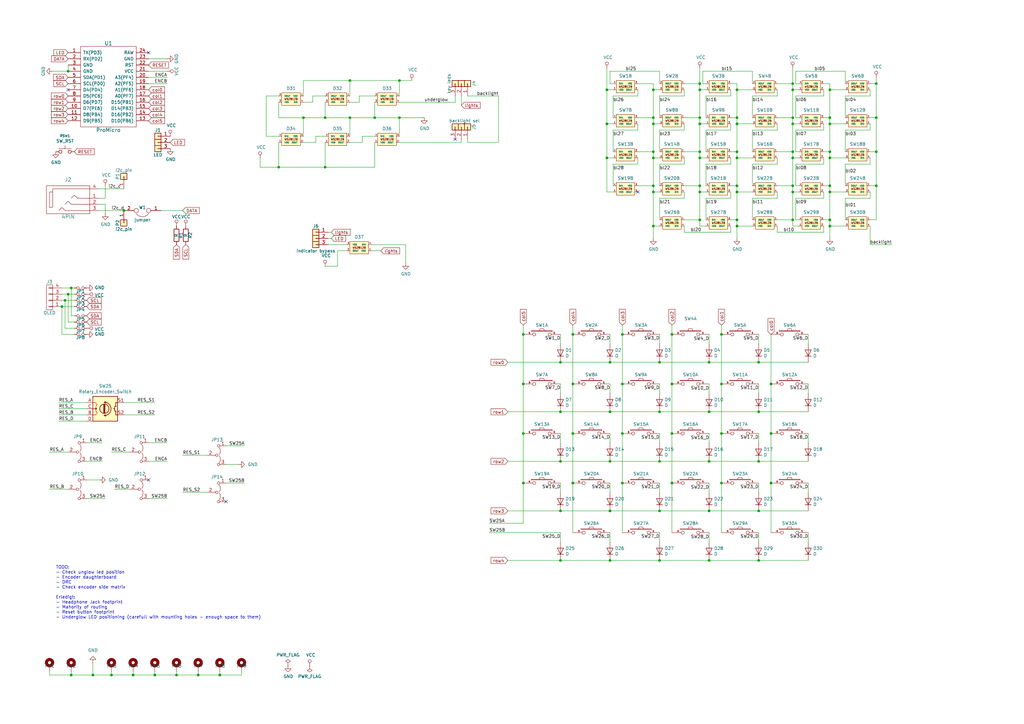
<source format=kicad_sch>
(kicad_sch (version 20211123) (generator eeschema)
  (paper "A3")
  (junction (at 340.36 50.8))
  (junction (at 340.36 90.17))
  (junction (at 287.02 64.77))
  (junction (at 275.59 177.8))
  (junction (at 214.63 157.48))
  (junction (at 359.41 62.23))
  (junction (at 248.92 36.83))
  (junction (at 250.19 189.23))
  (junction (at 316.23 177.8))
  (junction (at 311.15 148.59))
  (junction (at 311.15 229.87))
  (junction (at 255.27 137.16))
  (junction (at 214.63 177.8))
  (junction (at 340.36 64.77))
  (junction (at 114.3 68.58))
  (junction (at 340.36 92.71))
  (junction (at 302.26 50.8))
  (junction (at 270.51 168.91))
  (junction (at 90.17 276.86))
  (junction (at 340.36 62.23))
  (junction (at 302.26 62.23))
  (junction (at 143.51 48.26))
  (junction (at 133.35 68.58))
  (junction (at 270.51 189.23))
  (junction (at 124.46 48.26))
  (junction (at 302.26 90.17))
  (junction (at 311.15 168.91))
  (junction (at 27.94 120.65))
  (junction (at 229.87 148.59))
  (junction (at 325.12 64.77))
  (junction (at 290.83 209.55))
  (junction (at 325.12 34.29))
  (junction (at 287.02 78.74))
  (junction (at 287.02 76.2))
  (junction (at 234.95 198.12))
  (junction (at 229.87 209.55))
  (junction (at 302.26 92.71))
  (junction (at 325.12 48.26))
  (junction (at 287.02 34.29))
  (junction (at 267.97 76.2))
  (junction (at 340.36 76.2))
  (junction (at 38.1 276.86))
  (junction (at 270.51 148.59))
  (junction (at 255.27 157.48))
  (junction (at 270.51 229.87))
  (junction (at 133.35 48.26))
  (junction (at 325.12 62.23))
  (junction (at 267.97 50.8))
  (junction (at 255.27 198.12))
  (junction (at 248.92 50.8))
  (junction (at 163.83 48.26))
  (junction (at 248.92 64.77))
  (junction (at 25.4 125.73))
  (junction (at 325.12 76.2))
  (junction (at 234.95 157.48))
  (junction (at 340.36 78.74))
  (junction (at 290.83 189.23))
  (junction (at 45.72 276.86))
  (junction (at 290.83 148.59))
  (junction (at 153.67 48.26))
  (junction (at 234.95 137.16))
  (junction (at 54.61 276.86))
  (junction (at 290.83 229.87))
  (junction (at 29.21 118.11))
  (junction (at 229.87 168.91))
  (junction (at 287.02 62.23))
  (junction (at 275.59 198.12))
  (junction (at 234.95 177.8))
  (junction (at 275.59 157.48))
  (junction (at 267.97 48.26))
  (junction (at 287.02 36.83))
  (junction (at 295.91 137.16))
  (junction (at 302.26 76.2))
  (junction (at 295.91 198.12))
  (junction (at 72.39 276.86))
  (junction (at 50.8 86.36))
  (junction (at 267.97 36.83))
  (junction (at 255.27 177.8))
  (junction (at 302.26 48.26))
  (junction (at 287.02 48.26))
  (junction (at 229.87 189.23))
  (junction (at 287.02 90.17))
  (junction (at 250.19 168.91))
  (junction (at 359.41 76.2))
  (junction (at 214.63 137.16))
  (junction (at 302.26 36.83))
  (junction (at 359.41 34.29))
  (junction (at 250.19 209.55))
  (junction (at 325.12 36.83))
  (junction (at 163.83 33.02))
  (junction (at 250.19 229.87))
  (junction (at 229.87 229.87))
  (junction (at 290.83 168.91))
  (junction (at 302.26 78.74))
  (junction (at 325.12 50.8))
  (junction (at 295.91 157.48))
  (junction (at 267.97 64.77))
  (junction (at 27.94 29.21))
  (junction (at 250.19 148.59))
  (junction (at 267.97 92.71))
  (junction (at 325.12 90.17))
  (junction (at 302.26 64.77))
  (junction (at 325.12 78.74))
  (junction (at 340.36 36.83))
  (junction (at 311.15 189.23))
  (junction (at 267.97 62.23))
  (junction (at 287.02 50.8))
  (junction (at 316.23 157.48))
  (junction (at 275.59 137.16))
  (junction (at 214.63 198.12))
  (junction (at 26.67 123.19))
  (junction (at 63.5 276.86))
  (junction (at 29.21 276.86))
  (junction (at 340.36 48.26))
  (junction (at 311.15 209.55))
  (junction (at 143.51 33.02))
  (junction (at 359.41 48.26))
  (junction (at 267.97 78.74))
  (junction (at 295.91 177.8))
  (junction (at 81.28 276.86))
  (junction (at 316.23 198.12))
  (junction (at 270.51 209.55))
  (no_connect (at 186.69 57.15))
  (no_connect (at 27.94 36.83))
  (no_connect (at 60.96 21.59))
  (no_connect (at 261.62 78.74))
  (no_connect (at 92.71 205.74))
  (no_connect (at 60.96 196.85))
  (wire (pts (xy 302.26 64.77) (xy 302.26 76.2)))
  (wire (pts (xy 43.18 83.82) (xy 43.18 87.63)))
  (wire (pts (xy 295.91 157.48) (xy 295.91 177.8)))
  (wire (pts (xy 340.36 92.71) (xy 340.36 97.79)))
  (wire (pts (xy 289.56 64.77) (xy 287.02 64.77)))
  (wire (pts (xy 289.56 81.28) (xy 289.56 90.17)))
  (wire (pts (xy 81.28 276.86) (xy 72.39 276.86)))
  (wire (pts (xy 270.51 209.55) (xy 290.83 209.55)))
  (wire (pts (xy 270.51 157.48) (xy 270.51 161.29)))
  (wire (pts (xy 299.72 53.34) (xy 289.56 53.34)))
  (wire (pts (xy 35.56 196.85) (xy 40.64 196.85)))
  (wire (pts (xy 261.62 36.83) (xy 261.62 39.37)))
  (wire (pts (xy 270.51 92.71) (xy 267.97 92.71)))
  (wire (pts (xy 289.56 67.31) (xy 289.56 76.2)))
  (wire (pts (xy 250.19 148.59) (xy 229.87 148.59)))
  (wire (pts (xy 356.87 53.34) (xy 356.87 50.8)))
  (wire (pts (xy 311.15 148.59) (xy 290.83 148.59)))
  (wire (pts (xy 288.29 29.21) (xy 288.29 34.29)))
  (wire (pts (xy 38.1 276.86) (xy 29.21 276.86)))
  (wire (pts (xy 331.47 218.44) (xy 331.47 222.25)))
  (wire (pts (xy 290.83 189.23) (xy 311.15 189.23)))
  (wire (pts (xy 204.47 58.42) (xy 204.47 39.37)))
  (wire (pts (xy 143.51 33.02) (xy 124.46 33.02)))
  (wire (pts (xy 35.56 189.23) (xy 41.91 189.23)))
  (wire (pts (xy 290.83 177.8) (xy 290.83 181.61)))
  (wire (pts (xy 308.61 90.17) (xy 308.61 81.28)))
  (wire (pts (xy 337.82 39.37) (xy 326.39 39.37)))
  (wire (pts (xy 359.41 48.26) (xy 359.41 62.23)))
  (wire (pts (xy 275.59 177.8) (xy 275.59 198.12)))
  (wire (pts (xy 234.95 137.16) (xy 234.95 157.48)))
  (wire (pts (xy 275.59 133.35) (xy 275.59 137.16)))
  (wire (pts (xy 250.19 189.23) (xy 229.87 189.23)))
  (wire (pts (xy 280.67 39.37) (xy 280.67 36.83)))
  (wire (pts (xy 81.28 275.59) (xy 81.28 276.86)))
  (wire (pts (xy 255.27 137.16) (xy 255.27 157.48)))
  (wire (pts (xy 163.83 39.37) (xy 163.83 33.02)))
  (wire (pts (xy 124.46 55.88) (xy 124.46 48.26)))
  (wire (pts (xy 270.51 78.74) (xy 267.97 78.74)))
  (wire (pts (xy 290.83 218.44) (xy 290.83 222.25)))
  (wire (pts (xy 308.61 62.23) (xy 308.61 53.34)))
  (wire (pts (xy 72.39 275.59) (xy 72.39 276.86)))
  (wire (pts (xy 299.72 76.2) (xy 302.26 76.2)))
  (wire (pts (xy 153.67 48.26) (xy 163.83 48.26)))
  (wire (pts (xy 302.26 90.17) (xy 302.26 92.71)))
  (wire (pts (xy 35.56 204.47) (xy 43.18 204.47)))
  (wire (pts (xy 311.15 137.16) (xy 311.15 140.97)))
  (wire (pts (xy 54.61 275.59) (xy 54.61 276.86)))
  (wire (pts (xy 128.27 39.37) (xy 128.27 41.91)))
  (wire (pts (xy 267.97 36.83) (xy 267.97 48.26)))
  (wire (pts (xy 109.22 55.88) (xy 114.3 55.88)))
  (wire (pts (xy 24.13 170.18) (xy 35.56 170.18)))
  (wire (pts (xy 45.72 275.59) (xy 45.72 276.86)))
  (wire (pts (xy 308.61 53.34) (xy 318.77 53.34)))
  (wire (pts (xy 153.67 48.26) (xy 153.67 41.91)))
  (wire (pts (xy 148.59 58.42) (xy 148.59 55.88)))
  (wire (pts (xy 280.67 62.23) (xy 287.02 62.23)))
  (wire (pts (xy 270.51 39.37) (xy 280.67 39.37)))
  (wire (pts (xy 318.77 62.23) (xy 325.12 62.23)))
  (wire (pts (xy 152.4 102.87) (xy 156.21 102.87)))
  (wire (pts (xy 325.12 90.17) (xy 325.12 78.74)))
  (wire (pts (xy 311.15 198.12) (xy 311.15 201.93)))
  (wire (pts (xy 356.87 81.28) (xy 356.87 78.74)))
  (wire (pts (xy 337.82 67.31) (xy 326.39 67.31)))
  (wire (pts (xy 326.39 48.26) (xy 327.66 48.26)))
  (wire (pts (xy 289.56 53.34) (xy 289.56 62.23)))
  (wire (pts (xy 326.39 34.29) (xy 327.66 34.29)))
  (wire (pts (xy 50.8 170.18) (xy 63.5 170.18)))
  (wire (pts (xy 337.82 64.77) (xy 337.82 67.31)))
  (wire (pts (xy 250.19 209.55) (xy 229.87 209.55)))
  (wire (pts (xy 346.71 76.2) (xy 346.71 67.31)))
  (wire (pts (xy 337.82 62.23) (xy 340.36 62.23)))
  (wire (pts (xy 40.64 86.36) (xy 50.8 86.36)))
  (wire (pts (xy 92.71 182.88) (xy 100.33 182.88)))
  (wire (pts (xy 337.82 90.17) (xy 340.36 90.17)))
  (wire (pts (xy 299.72 90.17) (xy 302.26 90.17)))
  (wire (pts (xy 311.15 189.23) (xy 331.47 189.23)))
  (wire (pts (xy 318.77 90.17) (xy 325.12 90.17)))
  (wire (pts (xy 29.21 276.86) (xy 20.32 276.86)))
  (wire (pts (xy 270.51 189.23) (xy 290.83 189.23)))
  (wire (pts (xy 337.82 53.34) (xy 326.39 53.34)))
  (wire (pts (xy 280.67 67.31) (xy 280.67 64.77)))
  (wire (pts (xy 340.36 48.26) (xy 340.36 50.8)))
  (wire (pts (xy 318.77 34.29) (xy 325.12 34.29)))
  (wire (pts (xy 27.94 120.65) (xy 27.94 132.08)))
  (wire (pts (xy 147.32 41.91) (xy 143.51 41.91)))
  (wire (pts (xy 326.39 53.34) (xy 326.39 62.23)))
  (wire (pts (xy 326.39 76.2) (xy 327.66 76.2)))
  (wire (pts (xy 60.96 181.61) (xy 68.58 181.61)))
  (wire (pts (xy 340.36 76.2) (xy 340.36 78.74)))
  (wire (pts (xy 295.91 198.12) (xy 295.91 218.44)))
  (wire (pts (xy 261.62 62.23) (xy 267.97 62.23)))
  (wire (pts (xy 359.41 34.29) (xy 359.41 48.26)))
  (wire (pts (xy 229.87 198.12) (xy 229.87 201.93)))
  (wire (pts (xy 267.97 64.77) (xy 267.97 62.23)))
  (wire (pts (xy 270.51 64.77) (xy 267.97 64.77)))
  (wire (pts (xy 337.82 36.83) (xy 337.82 39.37)))
  (wire (pts (xy 287.02 78.74) (xy 287.02 90.17)))
  (wire (pts (xy 275.59 137.16) (xy 275.59 157.48)))
  (wire (pts (xy 214.63 177.8) (xy 214.63 198.12)))
  (wire (pts (xy 299.72 34.29) (xy 302.26 34.29)))
  (wire (pts (xy 234.95 157.48) (xy 234.95 177.8)))
  (wire (pts (xy 275.59 157.48) (xy 275.59 177.8)))
  (wire (pts (xy 25.4 137.16) (xy 30.48 137.16)))
  (wire (pts (xy 114.3 58.42) (xy 114.3 68.58)))
  (wire (pts (xy 326.39 67.31) (xy 326.39 76.2)))
  (wire (pts (xy 63.5 276.86) (xy 54.61 276.86)))
  (wire (pts (xy 270.51 198.12) (xy 270.51 201.93)))
  (wire (pts (xy 326.39 29.21) (xy 326.39 34.29)))
  (wire (pts (xy 214.63 157.48) (xy 214.63 177.8)))
  (wire (pts (xy 46.99 200.66) (xy 53.34 200.66)))
  (wire (pts (xy 229.87 229.87) (xy 250.19 229.87)))
  (wire (pts (xy 191.77 57.15) (xy 191.77 58.42)))
  (wire (pts (xy 26.67 123.19) (xy 26.67 134.62)))
  (wire (pts (xy 90.17 275.59) (xy 90.17 276.86)))
  (wire (pts (xy 311.15 168.91) (xy 331.47 168.91)))
  (wire (pts (xy 325.12 64.77) (xy 325.12 62.23)))
  (wire (pts (xy 251.46 36.83) (xy 248.92 36.83)))
  (wire (pts (xy 189.23 43.18) (xy 189.23 39.37)))
  (wire (pts (xy 229.87 177.8) (xy 229.87 181.61)))
  (wire (pts (xy 346.71 78.74) (xy 340.36 78.74)))
  (wire (pts (xy 302.26 50.8) (xy 302.26 62.23)))
  (wire (pts (xy 325.12 62.23) (xy 325.12 50.8)))
  (wire (pts (xy 280.67 48.26) (xy 287.02 48.26)))
  (wire (pts (xy 311.15 218.44) (xy 311.15 222.25)))
  (wire (pts (xy 168.91 33.02) (xy 163.83 33.02)))
  (wire (pts (xy 163.83 41.91) (xy 186.69 41.91)))
  (wire (pts (xy 248.92 50.8) (xy 248.92 64.77)))
  (wire (pts (xy 251.46 53.34) (xy 251.46 62.23)))
  (wire (pts (xy 359.41 76.2) (xy 359.41 90.17)))
  (wire (pts (xy 340.36 34.29) (xy 340.36 36.83)))
  (wire (pts (xy 133.35 58.42) (xy 133.35 68.58)))
  (wire (pts (xy 143.51 48.26) (xy 143.51 55.88)))
  (wire (pts (xy 337.82 34.29) (xy 340.36 34.29)))
  (wire (pts (xy 308.61 67.31) (xy 318.77 67.31)))
  (wire (pts (xy 250.19 157.48) (xy 250.19 161.29)))
  (wire (pts (xy 359.41 90.17) (xy 356.87 90.17)))
  (wire (pts (xy 290.83 229.87) (xy 311.15 229.87)))
  (wire (pts (xy 270.51 67.31) (xy 280.67 67.31)))
  (wire (pts (xy 302.26 48.26) (xy 302.26 50.8)))
  (wire (pts (xy 299.72 36.83) (xy 299.72 39.37)))
  (wire (pts (xy 261.62 50.8) (xy 261.62 53.34)))
  (wire (pts (xy 250.19 168.91) (xy 229.87 168.91)))
  (wire (pts (xy 60.96 31.75) (xy 68.58 31.75)))
  (wire (pts (xy 346.71 39.37) (xy 356.87 39.37)))
  (wire (pts (xy 248.92 36.83) (xy 248.92 50.8)))
  (wire (pts (xy 248.92 64.77) (xy 248.92 78.74)))
  (wire (pts (xy 29.21 118.11) (xy 30.48 118.11)))
  (wire (pts (xy 346.71 36.83) (xy 340.36 36.83)))
  (wire (pts (xy 251.46 64.77) (xy 248.92 64.77)))
  (wire (pts (xy 327.66 92.71) (xy 325.12 92.71)))
  (wire (pts (xy 290.83 137.16) (xy 290.83 140.97)))
  (wire (pts (xy 270.51 168.91) (xy 290.83 168.91)))
  (wire (pts (xy 331.47 157.48) (xy 331.47 161.29)))
  (wire (pts (xy 60.96 189.23) (xy 68.58 189.23)))
  (wire (pts (xy 270.51 177.8) (xy 270.51 181.61)))
  (wire (pts (xy 356.87 92.71) (xy 356.87 100.33)))
  (wire (pts (xy 250.19 218.44) (xy 250.19 222.25)))
  (wire (pts (xy 135.89 97.79) (xy 134.62 97.79)))
  (wire (pts (xy 316.23 198.12) (xy 316.23 218.44)))
  (wire (pts (xy 280.67 95.25) (xy 280.67 92.71)))
  (wire (pts (xy 287.02 90.17) (xy 287.02 92.71)))
  (wire (pts (xy 325.12 50.8) (xy 325.12 48.26)))
  (wire (pts (xy 133.35 68.58) (xy 153.67 68.58)))
  (wire (pts (xy 308.61 34.29) (xy 308.61 29.21)))
  (wire (pts (xy 229.87 137.16) (xy 229.87 140.97)))
  (wire (pts (xy 25.4 125.73) (xy 25.4 137.16)))
  (wire (pts (xy 229.87 157.48) (xy 229.87 161.29)))
  (wire (pts (xy 20.32 276.86) (xy 20.32 275.59)))
  (wire (pts (xy 229.87 218.44) (xy 229.87 222.25)))
  (wire (pts (xy 29.21 275.59) (xy 29.21 276.86)))
  (wire (pts (xy 289.56 36.83) (xy 287.02 36.83)))
  (wire (pts (xy 270.51 76.2) (xy 270.51 67.31)))
  (wire (pts (xy 229.87 168.91) (xy 208.28 168.91)))
  (wire (pts (xy 270.51 218.44) (xy 270.51 222.25)))
  (wire (pts (xy 74.93 186.69) (xy 85.09 186.69)))
  (wire (pts (xy 308.61 92.71) (xy 302.26 92.71)))
  (wire (pts (xy 337.82 76.2) (xy 340.36 76.2)))
  (wire (pts (xy 143.51 48.26) (xy 153.67 48.26)))
  (wire (pts (xy 295.91 133.35) (xy 295.91 137.16)))
  (wire (pts (xy 280.67 90.17) (xy 287.02 90.17)))
  (wire (pts (xy 133.35 48.26) (xy 133.35 41.91)))
  (wire (pts (xy 287.02 62.23) (xy 287.02 64.77)))
  (wire (pts (xy 250.19 148.59) (xy 270.51 148.59)))
  (wire (pts (xy 308.61 81.28) (xy 318.77 81.28)))
  (wire (pts (xy 270.51 148.59) (xy 290.83 148.59)))
  (wire (pts (xy 214.63 137.16) (xy 214.63 157.48)))
  (wire (pts (xy 325.12 76.2) (xy 325.12 64.77)))
  (wire (pts (xy 318.77 67.31) (xy 318.77 64.77)))
  (wire (pts (xy 346.71 29.21) (xy 326.39 29.21)))
  (wire (pts (xy 153.67 39.37) (xy 147.32 39.37)))
  (wire (pts (xy 20.32 185.42) (xy 27.94 185.42)))
  (wire (pts (xy 25.4 123.19) (xy 26.67 123.19)))
  (wire (pts (xy 250.19 29.21) (xy 250.19 34.29)))
  (wire (pts (xy 60.96 34.29) (xy 68.58 34.29)))
  (wire (pts (xy 308.61 39.37) (xy 318.77 39.37)))
  (wire (pts (xy 270.51 34.29) (xy 270.51 29.21)))
  (wire (pts (xy 191.77 39.37) (xy 204.47 39.37)))
  (wire (pts (xy 26.67 134.62) (xy 30.48 134.62)))
  (wire (pts (xy 163.83 55.88) (xy 163.83 48.26)))
  (wire (pts (xy 29.21 129.54) (xy 30.48 129.54)))
  (wire (pts (xy 133.35 39.37) (xy 128.27 39.37)))
  (wire (pts (xy 295.91 177.8) (xy 295.91 198.12)))
  (wire (pts (xy 129.54 55.88) (xy 133.35 55.88)))
  (wire (pts (xy 340.36 78.74) (xy 340.36 90.17)))
  (wire (pts (xy 255.27 133.35) (xy 255.27 137.16)))
  (wire (pts (xy 114.3 39.37) (xy 109.22 39.37)))
  (wire (pts (xy 251.46 39.37) (xy 251.46 48.26)))
  (wire (pts (xy 191.77 58.42) (xy 204.47 58.42)))
  (wire (pts (xy 280.67 53.34) (xy 280.67 50.8)))
  (wire (pts (xy 325.12 78.74) (xy 325.12 76.2)))
  (wire (pts (xy 325.12 92.71) (xy 325.12 90.17)))
  (wire (pts (xy 255.27 177.8) (xy 255.27 198.12)))
  (wire (pts (xy 327.66 64.77) (xy 325.12 64.77)))
  (wire (pts (xy 311.15 229.87) (xy 331.47 229.87)))
  (wire (pts (xy 54.61 276.86) (xy 45.72 276.86)))
  (wire (pts (xy 289.56 39.37) (xy 289.56 48.26)))
  (wire (pts (xy 326.39 90.17) (xy 327.66 90.17)))
  (wire (pts (xy 295.91 137.16) (xy 295.91 157.48)))
  (wire (pts (xy 346.71 90.17) (xy 346.71 81.28)))
  (wire (pts (xy 325.12 34.29) (xy 325.12 27.94)))
  (wire (pts (xy 270.51 62.23) (xy 270.51 53.34)))
  (wire (pts (xy 308.61 48.26) (xy 308.61 39.37)))
  (wire (pts (xy 337.82 50.8) (xy 337.82 53.34)))
  (wire (pts (xy 275.59 198.12) (xy 275.59 218.44)))
  (wire (pts (xy 331.47 198.12) (xy 331.47 201.93)))
  (wire (pts (xy 25.4 118.11) (xy 29.21 118.11)))
  (wire (pts (xy 92.71 198.12) (xy 100.33 198.12)))
  (wire (pts (xy 302.26 36.83) (xy 302.26 48.26)))
  (wire (pts (xy 60.96 24.13) (xy 68.58 24.13)))
  (wire (pts (xy 356.87 39.37) (xy 356.87 36.83)))
  (wire (pts (xy 299.72 48.26) (xy 302.26 48.26)))
  (wire (pts (xy 124.46 58.42) (xy 129.54 58.42)))
  (wire (pts (xy 214.63 198.12) (xy 214.63 214.63)))
  (wire (pts (xy 267.97 62.23) (xy 267.97 50.8)))
  (wire (pts (xy 337.82 78.74) (xy 337.82 81.28)))
  (wire (pts (xy 340.36 50.8) (xy 340.36 62.23)))
  (wire (pts (xy 248.92 78.74) (xy 251.46 78.74)))
  (wire (pts (xy 327.66 36.83) (xy 325.12 36.83)))
  (wire (pts (xy 326.39 62.23) (xy 327.66 62.23)))
  (wire (pts (xy 318.77 53.34) (xy 318.77 50.8)))
  (wire (pts (xy 346.71 81.28) (xy 356.87 81.28)))
  (wire (pts (xy 311.15 157.48) (xy 311.15 161.29)))
  (wire (pts (xy 24.13 172.72) (xy 35.56 172.72)))
  (wire (pts (xy 60.96 29.21) (xy 68.58 29.21)))
  (wire (pts (xy 250.19 137.16) (xy 250.19 140.97)))
  (wire (pts (xy 72.39 276.86) (xy 63.5 276.86)))
  (wire (pts (xy 346.71 53.34) (xy 356.87 53.34)))
  (wire (pts (xy 250.19 198.12) (xy 250.19 201.93)))
  (wire (pts (xy 124.46 33.02) (xy 124.46 39.37)))
  (wire (pts (xy 250.19 168.91) (xy 270.51 168.91)))
  (wire (pts (xy 128.27 41.91) (xy 124.46 41.91)))
  (wire (pts (xy 250.19 189.23) (xy 270.51 189.23)))
  (wire (pts (xy 134.62 95.25) (xy 135.89 95.25)))
  (wire (pts (xy 29.21 118.11) (xy 29.21 129.54)))
  (wire (pts (xy 90.17 276.86) (xy 99.06 276.86)))
  (wire (pts (xy 99.06 276.86) (xy 99.06 275.59)))
  (wire (pts (xy 302.26 92.71) (xy 302.26 97.79)))
  (wire (pts (xy 234.95 133.35) (xy 234.95 137.16)))
  (wire (pts (xy 270.51 29.21) (xy 250.19 29.21)))
  (wire (pts (xy 234.95 177.8) (xy 234.95 198.12)))
  (wire (pts (xy 43.18 76.2) (xy 43.18 81.28)))
  (wire (pts (xy 290.83 209.55) (xy 311.15 209.55)))
  (wire (pts (xy 163.83 48.26) (xy 173.99 48.26)))
  (wire (pts (xy 109.22 39.37) (xy 109.22 55.88)))
  (wire (pts (xy 200.66 214.63) (xy 214.63 214.63)))
  (wire (pts (xy 143.51 58.42) (xy 148.59 58.42)))
  (wire (pts (xy 356.87 34.29) (xy 359.41 34.29)))
  (wire (pts (xy 359.41 76.2) (xy 356.87 76.2)))
  (wire (pts (xy 308.61 64.77) (xy 302.26 64.77)))
  (wire (pts (xy 234.95 198.12) (xy 234.95 218.44)))
  (wire (pts (xy 153.67 58.42) (xy 153.67 68.58)))
  (wire (pts (xy 337.82 48.26) (xy 340.36 48.26)))
  (wire (pts (xy 331.47 137.16) (xy 331.47 140.97)))
  (wire (pts (xy 138.43 102.87) (xy 138.43 109.22)))
  (wire (pts (xy 325.12 36.83) (xy 325.12 34.29)))
  (wire (pts (xy 356.87 100.33) (xy 365.76 100.33)))
  (wire (pts (xy 142.24 100.33) (xy 134.62 100.33)))
  (wire (pts (xy 290.83 198.12) (xy 290.83 201.93)))
  (wire (pts (xy 261.62 67.31) (xy 251.46 67.31)))
  (wire (pts (xy 287.02 50.8) (xy 287.02 62.23)))
  (wire (pts (xy 152.4 100.33) (xy 166.37 100.33)))
  (wire (pts (xy 20.32 200.66) (xy 27.94 200.66)))
  (wire (pts (xy 299.72 81.28) (xy 289.56 81.28)))
  (wire (pts (xy 106.68 68.58) (xy 106.68 64.77)))
  (wire (pts (xy 129.54 58.42) (xy 129.54 55.88)))
  (wire (pts (xy 267.97 76.2) (xy 267.97 64.77)))
  (wire (pts (xy 27.94 132.08) (xy 30.48 132.08)))
  (wire (pts (xy 25.4 120.65) (xy 27.94 120.65)))
  (wire (pts (xy 311.15 209.55) (xy 331.47 209.55)))
  (wire (pts (xy 337.82 81.28) (xy 326.39 81.28)))
  (wire (pts (xy 337.82 95.25) (xy 318.77 95.25)))
  (wire (pts (xy 250.19 34.29) (xy 251.46 34.29)))
  (wire (pts (xy 302.26 34.29) (xy 302.26 36.83)))
  (wire (pts (xy 346.71 48.26) (xy 346.71 39.37)))
  (wire (pts (xy 299.72 62.23) (xy 302.26 62.23)))
  (wire (pts (xy 267.97 97.79) (xy 267.97 92.71)))
  (wire (pts (xy 270.51 48.26) (xy 270.51 39.37)))
  (wire (pts (xy 267.97 50.8) (xy 267.97 48.26)))
  (wire (pts (xy 290.83 157.48) (xy 290.83 161.29)))
  (wire (pts (xy 38.1 271.78) (xy 38.1 276.86)))
  (wire (pts (xy 166.37 100.33) (xy 166.37 107.95)))
  (wire (pts (xy 299.72 78.74) (xy 299.72 81.28)))
  (wire (pts (xy 163.83 58.42) (xy 189.23 58.42)))
  (wire (pts (xy 318.77 81.28) (xy 318.77 78.74)))
  (wire (pts (xy 346.71 62.23) (xy 346.71 53.34)))
  (wire (pts (xy 261.62 39.37) (xy 251.46 39.37)))
  (wire (pts (xy 229.87 189.23) (xy 208.28 189.23)))
  (wire (pts (xy 340.36 50.8) (xy 346.71 50.8)))
  (wire (pts (xy 114.3 68.58) (xy 133.35 68.58)))
  (wire (pts (xy 270.51 81.28) (xy 280.67 81.28)))
  (wire (pts (xy 189.23 58.42) (xy 189.23 57.15)))
  (wire (pts (xy 248.92 27.94) (xy 248.92 36.83)))
  (wire (pts (xy 24.13 165.1) (xy 35.56 165.1)))
  (wire (pts (xy 267.97 92.71) (xy 267.97 78.74)))
  (wire (pts (xy 287.02 36.83) (xy 287.02 48.26)))
  (wire (pts (xy 43.18 81.28) (xy 40.64 81.28)))
  (wire (pts (xy 326.39 39.37) (xy 326.39 48.26)))
  (wire (pts (xy 270.51 53.34) (xy 280.67 53.34)))
  (wire (pts (xy 311.15 148.59) (xy 331.47 148.59)))
  (wire (pts (xy 267.97 78.74) (xy 267.97 76.2)))
  (wire (pts (xy 331.47 177.8) (xy 331.47 181.61)))
  (wire (pts (xy 340.36 62.23) (xy 340.36 64.77)))
  (wire (pts (xy 27.94 29.21) (xy 21.59 29.21)))
  (wire (pts (xy 250.19 177.8) (xy 250.19 181.61)))
  (wire (pts (xy 340.36 64.77) (xy 340.36 76.2)))
  (wire (pts (xy 27.94 120.65) (xy 30.48 120.65)))
  (wire (pts (xy 289.56 78.74) (xy 287.02 78.74)))
  (wire (pts (xy 340.36 36.83) (xy 340.36 48.26)))
  (wire (pts (xy 74.93 86.36) (xy 66.04 86.36)))
  (wire (pts (xy 50.8 165.1) (xy 63.5 165.1)))
  (wire (pts (xy 299.72 39.37) (xy 289.56 39.37)))
  (wire (pts (xy 81.28 276.86) (xy 90.17 276.86)))
  (wire (pts (xy 318.77 76.2) (xy 325.12 76.2)))
  (wire (pts (xy 251.46 50.8) (xy 248.92 50.8)))
  (wire (pts (xy 356.87 67.31) (xy 356.87 64.77)))
  (wire (pts (xy 287.02 92.71) (xy 289.56 92.71)))
  (wire (pts (xy 255.27 157.48) (xy 255.27 177.8)))
  (wire (pts (xy 346.71 64.77) (xy 340.36 64.77)))
  (wire (pts (xy 318.77 39.37) (xy 318.77 36.83)))
  (wire (pts (xy 318.77 48.26) (xy 325.12 48.26)))
  (wire (pts (xy 255.27 198.12) (xy 255.27 218.44)))
  (wire (pts (xy 133.35 48.26) (xy 143.51 48.26)))
  (wire (pts (xy 60.96 204.47) (xy 68.58 204.47)))
  (wire (pts (xy 308.61 76.2) (xy 308.61 67.31)))
  (wire (pts (xy 261.62 53.34) (xy 251.46 53.34)))
  (wire (pts (xy 299.72 50.8) (xy 299.72 53.34)))
  (wire (pts (xy 302.26 78.74) (xy 302.26 90.17)))
  (wire (pts (xy 267.97 36.83) (xy 270.51 36.83)))
  (wire (pts (xy 359.41 34.29) (xy 359.41 31.75)))
  (wire (pts (xy 340.36 90.17) (xy 340.36 92.71)))
  (wire (pts (xy 316.23 177.8) (xy 316.23 198.12)))
  (wire (pts (xy 63.5 275.59) (xy 63.5 276.86)))
  (wire (pts (xy 24.13 167.64) (xy 35.56 167.64)))
  (wire (pts (xy 299.72 64.77) (xy 299.72 67.31)))
  (wire (pts (xy 270.51 90.17) (xy 270.51 81.28)))
  (wire (pts (xy 92.71 190.5) (xy 97.79 190.5)))
  (wire (pts (xy 124.46 48.26) (xy 133.35 48.26)))
  (wire (pts (xy 302.26 76.2) (xy 302.26 78.74)))
  (wire (pts (xy 214.63 133.35) (xy 214.63 137.16)))
  (wire (pts (xy 311.15 177.8) (xy 311.15 181.61)))
  (wire (pts (xy 270.51 229.87) (xy 290.83 229.87)))
  (wire (pts (xy 114.3 68.58) (xy 106.68 68.58)))
  (wire (pts (xy 280.67 34.29) (xy 287.02 34.29)))
  (wire (pts (xy 316.23 137.16) (xy 316.23 157.48)))
  (wire (pts (xy 308.61 29.21) (xy 288.29 29.21)))
  (wire (pts (xy 308.61 78.74) (xy 302.26 78.74)))
  (wire (pts (xy 287.02 64.77) (xy 287.02 76.2)))
  (wire (pts (xy 124.46 48.26) (xy 114.3 48.26)))
  (wire (pts (xy 143.51 39.37) (xy 143.51 33.02)))
  (wire (pts (xy 325.12 48.26) (xy 325.12 36.83)))
  (wire (pts (xy 208.28 229.87) (xy 229.87 229.87)))
  (wire (pts (xy 302.26 62.23) (xy 302.26 64.77)))
  (wire (pts (xy 250.19 209.55) (xy 270.51 209.55)))
  (wire (pts (xy 280.67 81.28) (xy 280.67 78.74)))
  (wire (pts (xy 261.62 34.29) (xy 267.97 34.29)))
  (wire (pts (xy 287.02 34.29) (xy 287.02 36.83)))
  (wire (pts (xy 186.69 39.37) (xy 186.69 41.91)))
  (wire (pts (xy 308.61 36.83) (xy 302.26 36.83)))
  (wire (pts (xy 148.59 55.88) (xy 153.67 55.88)))
  (wire (pts (xy 250.19 229.87) (xy 270.51 229.87)))
  (wire (pts (xy 288.29 34.29) (xy 289.56 34.29)))
  (wire (pts (xy 270.51 137.16) (xy 270.51 140.97)))
  (wire (pts (xy 40.64 77.47) (xy 50.8 77.47)))
  (wire (pts (xy 280.67 76.2) (xy 287.02 76.2)))
  (wire (pts (xy 261.62 64.77) (xy 261.62 67.31)))
  (wire (pts (xy 45.72 185.42) (xy 53.34 185.42)))
  (wire (pts (xy 45.72 276.86) (xy 38.1 276.86)))
  (wire (pts (xy 316.23 157.48) (xy 316.23 177.8)))
  (wire (pts (xy 133.35 109.22) (xy 138.43 109.22)))
  (wire (pts (xy 267.97 34.29) (xy 267.97 36.83)))
  (wire (pts (xy 327.66 50.8) (xy 325.12 50.8)))
  (wire (pts (xy 27.94 26.67) (xy 27.94 29.21)))
  (wire (pts (xy 287.02 76.2) (xy 287.02 78.74)))
  (wire (pts (xy 337.82 92.71) (xy 337.82 95.25)))
  (wire (pts (xy 114.3 48.26) (xy 114.3 41.91)))
  (wire (pts (xy 359.41 48.26) (xy 356.87 48.26)))
  (wire (pts (xy 327.66 78.74) (xy 325.12 78.74)))
  (wire (pts (xy 359.41 62.23) (xy 356.87 62.23)))
  (wire (pts (xy 346.71 34.29) (xy 346.71 29.21)))
  (wire (pts (xy 200.66 218.44) (xy 229.87 218.44)))
  (wire (pts (xy 287.02 27.94) (xy 287.02 34.29)))
  (wire (pts (xy 308.61 50.8) (xy 302.26 50.8)))
  (wire (pts (xy 299.72 92.71) (xy 299.72 95.25)))
  (wire (pts (xy 229.87 148.59) (xy 208.28 148.59)))
  (wire (pts (xy 251.46 67.31) (xy 251.46 76.2)))
  (wire (pts (xy 326.39 81.28) (xy 326.39 90.17)))
  (wire (pts (xy 359.41 62.23) (xy 359.41 76.2)))
  (wire (pts (xy 290.83 168.91) (xy 311.15 168.91)))
  (wire (pts (xy 299.72 67.31) (xy 289.56 67.31)))
  (wire (pts (xy 40.64 83.82) (xy 43.18 83.82)))
  (wire (pts (xy 142.24 102.87) (xy 138.43 102.87)))
  (wire (pts (xy 346.71 67.31) (xy 356.87 67.31)))
  (wire (pts (xy 261.62 76.2) (xy 267.97 76.2)))
  (wire (pts (xy 287.02 48.26) (xy 287.02 50.8)))
  (wire (pts (xy 299.72 95.25) (xy 280.67 95.25)))
  (wire (pts (xy 26.67 123.19) (xy 30.48 123.19)))
  (wire (pts (xy 318.77 95.25) (xy 318.77 92.71)))
  (wire (pts (xy 289.56 50.8) (xy 287.02 50.8)))
  (wire (pts (xy 346.71 92.71) (xy 340.36 92.71)))
  (wire (pts (xy 74.93 201.93) (xy 85.09 201.93)))
  (wire (pts (xy 261.62 48.26) (xy 267.97 48.26)))
  (wire (pts (xy 229.87 209.55) (xy 208.28 209.55)))
  (wire (pts (xy 30.48 125.73) (xy 25.4 125.73)))
  (wire (pts (xy 270.51 50.8) (xy 267.97 50.8)))
  (wire (pts (xy 35.56 181.61) (xy 41.91 181.61)))
  (wire (pts (xy 163.83 33.02) (xy 143.51 33.02)))
  (wire (pts (xy 147.32 39.37) (xy 147.32 41.91)))
  (text "TODO:\n- Check unglow led position\n- Encoder daughterboard\n- DRC\n- Check encoder side matrix\n\nErledigt:\n- Headphone Jack footprint\n- Mahority of routing\n- Reset button footprint\n- Underglow LED positioning (carefull with mounting holes - enough space to them)" (at 22.86 254 0) (effects (font (size 1.27 1.27)) (justify left bottom)))
  (label "SW25A" (at 100.33 182.88 180))
  (label "SW4_D" (at 290.83 139.8882 180))
  (label "bl14" (at 308.61 41.91 0))
  (label "SW14_D" (at 250.19 180.34 180))
  (label "ENCB" (at 68.58 181.61 180))
  (label "SW20_D" (at 250.19 200.66 180))
  (label "bl09" (at 326.39 83.82 0))
  (label "SW22_D" (at 290.83 200.8482 180))
  (label "SW1_D" (at 229.87 139.7 180))
  (label "SW3_D" (at 270.51 139.7 180))
  (label "bl23" (at 270.51 55.88 0))
  (label "RES_B" (at 20.32 200.66 0))
  (label "SW25B" (at 100.33 198.12 180))
  (label "ENCB" (at 41.91 189.23 180))
  (label "RES_D" (at 46.99 200.66 0))
  (label "SW6_D" (at 331.47 139.7 180))
  (label "RES_S1" (at 74.93 186.69 0))
  (label "ENCB" (at 68.58 34.29 180))
  (label "bl04" (at 346.71 41.91 0))
  (label "backlight" (at 195.58 39.37 0))
  (label "bl06" (at 326.39 41.91 0))
  (label "RES_C" (at 24.13 167.64 0))
  (label "RES_S2" (at 63.5 170.18 180))
  (label "RES_S1" (at 63.5 165.1 180))
  (label "bl02" (at 346.71 71.12 0))
  (label "bl01" (at 346.71 85.09 0))
  (label "SW2_D" (at 250.19 139.7 180))
  (label "bl13" (at 308.61 55.88 0))
  (label "bl19" (at 289.56 83.82 0))
  (label "SW12_D" (at 331.47 160.02 180))
  (label "bl11" (at 308.61 83.82 0))
  (label "SW30_D" (at 331.47 220.98 180))
  (label "bl03" (at 346.71 55.88 0))
  (label "bl05" (at 334.01 29.21 0))
  (label "SW28_D" (at 290.83 221.1682 180))
  (label "bl08" (at 326.39 69.85 0))
  (label "SW17_D" (at 311.15 180.34 180))
  (label "bl18" (at 289.56 69.85 0))
  (label "bl16" (at 289.56 41.91 0))
  (label "SW9_D" (at 270.51 160.02 180))
  (label "ENCA" (at 68.58 189.23 180))
  (label "SW25B" (at 68.58 204.47 180))
  (label "SW25_D" (at 229.87 220.98 180))
  (label "SW21_D" (at 270.51 200.66 180))
  (label "SW13_D" (at 229.87 180.34 180))
  (label "SW19_D" (at 229.87 200.66 180))
  (label "SW16_D" (at 290.83 180.5282 180))
  (label "bl27" (at 251.46 55.88 0))
  (label "SW11_D" (at 311.15 160.02 180))
  (label "bl25" (at 256.54 29.21 0))
  (label "SW25A" (at 43.18 204.47 180))
  (label "ENCA" (at 41.91 181.61 180))
  (label "bl21" (at 270.51 83.82 0))
  (label "bl17" (at 289.56 55.88 0))
  (label "SW7_D" (at 229.87 160.02 180))
  (label "bl12" (at 308.61 69.85 0))
  (label "SW15_D" (at 270.51 180.34 180))
  (label "bl20" (at 283.21 95.25 0))
  (label "bl28" (at 251.46 69.85 0))
  (label "SW5_D" (at 311.15 139.7 180))
  (label "bl10" (at 321.31 95.25 0))
  (label "ENCA" (at 68.58 31.75 180))
  (label "SW18_D" (at 331.47 180.34 180))
  (label "i2c_c" (at 44.45 77.47 0))
  (label "bl26" (at 251.46 41.91 0))
  (label "bl24" (at 270.51 41.91 0))
  (label "SW27_D" (at 270.51 220.98 180))
  (label "SW26_D" (at 250.19 220.98 180))
  (label "bl15" (at 295.91 29.21 0))
  (label "RES_A" (at 20.32 185.42 0))
  (label "RES_C" (at 45.72 185.42 0))
  (label "SW10_D" (at 290.83 160.2082 180))
  (label "SW25B" (at 200.66 218.44 0))
  (label "RES_B" (at 24.13 170.18 0))
  (label "SW24_D" (at 331.47 200.66 180))
  (label "bl22" (at 270.51 69.85 0))
  (label "SW8_D" (at 250.19 160.02 180))
  (label "backlight" (at 365.76 100.33 180))
  (label "SW23_D" (at 311.15 200.66 180))
  (label "RES_A" (at 24.13 165.1 0))
  (label "underglow" (at 173.99 41.91 0))
  (label "bl07" (at 326.39 55.88 0))
  (label "RES_D" (at 24.13 172.72 0))
  (label "i2c_d" (at 45.72 86.36 0))
  (label "SW25A" (at 200.66 214.63 0))
  (label "RES_S2" (at 74.93 201.93 0))
  (label "SW29_D" (at 311.15 220.98 180))
  (global_label "LED" (shape input) (at 69.85 58.42 0) (property "Intersheet References" "${INTERSHEET_REFS}" (effects hide)))
  (global_label "row4" (shape input) (at 27.94 49.53 180) (property "Intersheet References" "${INTERSHEET_REFS}" (effects hide)))
  (global_label "SDA" (shape input) (at 27.94 31.75 180) (property "Intersheet References" "${INTERSHEET_REFS}" (effects hide)))
  (global_label "DATA" (shape input) (at 27.94 24.13 180) (property "Intersheet References" "${INTERSHEET_REFS}" (effects hide)))
  (global_label "SDA" (shape input) (at 35.56 125.73 0) (property "Intersheet References" "${INTERSHEET_REFS}" (effects hide)))
  (global_label "RESET" (shape input) (at 60.96 26.67 0) (property "Intersheet References" "${INTERSHEET_REFS}" (effects hide)))
  (global_label "col0" (shape input) (at 60.96 36.83 0) (property "Intersheet References" "${INTERSHEET_REFS}" (effects hide)))
  (global_label "col1" (shape input) (at 295.91 133.35 90) (property "Intersheet References" "${INTERSHEET_REFS}" (effects hide)))
  (global_label "SDA" (shape input) (at 35.56 129.54 0) (property "Intersheet References" "${INTERSHEET_REFS}" (effects hide)))
  (global_label "SDA" (shape input) (at 72.39 100.33 270) (property "Intersheet References" "${INTERSHEET_REFS}" (effects hide)))
  (global_label "LED" (shape input) (at 27.94 21.59 180) (property "Intersheet References" "${INTERSHEET_REFS}" (effects hide)))
  (global_label "SCL" (shape input) (at 35.56 132.08 0) (property "Intersheet References" "${INTERSHEET_REFS}" (effects hide)))
  (global_label "row3" (shape input) (at 208.28 209.55 180) (property "Intersheet References" "${INTERSHEET_REFS}" (effects hide)))
  (global_label "col1" (shape input) (at 60.96 39.37 0) (property "Intersheet References" "${INTERSHEET_REFS}" (effects hide)))
  (global_label "row0" (shape input) (at 27.94 39.37 180) (property "Intersheet References" "${INTERSHEET_REFS}" (effects hide)))
  (global_label "col4" (shape input) (at 234.95 133.35 90) (property "Intersheet References" "${INTERSHEET_REFS}" (effects hide)))
  (global_label "RESET" (shape input) (at 30.48 62.23 0) (property "Intersheet References" "${INTERSHEET_REFS}" (effects hide)))
  (global_label "lights" (shape input) (at 156.21 102.87 0) (property "Intersheet References" "${INTERSHEET_REFS}" (effects hide)))
  (global_label "col0" (shape input) (at 316.23 137.16 90) (property "Intersheet References" "${INTERSHEET_REFS}" (effects hide)))
  (global_label "SCL" (shape input) (at 27.94 34.29 180) (property "Intersheet References" "${INTERSHEET_REFS}" (effects hide)))
  (global_label "col4" (shape input) (at 60.96 46.99 0) (property "Intersheet References" "${INTERSHEET_REFS}" (effects hide)))
  (global_label "col2" (shape input) (at 60.96 41.91 0) (property "Intersheet References" "${INTERSHEET_REFS}" (effects hide)))
  (global_label "LED" (shape input) (at 135.89 97.79 0) (property "Intersheet References" "${INTERSHEET_REFS}" (effects hide)))
  (global_label "col5" (shape input) (at 60.96 49.53 0) (property "Intersheet References" "${INTERSHEET_REFS}" (effects hide)))
  (global_label "row4" (shape input) (at 208.28 229.87 180) (property "Intersheet References" "${INTERSHEET_REFS}" (effects hide)))
  (global_label "row1" (shape input) (at 208.28 168.91 180) (property "Intersheet References" "${INTERSHEET_REFS}" (effects hide)))
  (global_label "SCL" (shape input) (at 76.2 100.33 270) (property "Intersheet References" "${INTERSHEET_REFS}" (effects hide)))
  (global_label "row2" (shape input) (at 27.94 44.45 180) (property "Intersheet References" "${INTERSHEET_REFS}" (effects hide)))
  (global_label "lights" (shape input) (at 189.23 43.18 0) (property "Intersheet References" "${INTERSHEET_REFS}" (effects hide)))
  (global_label "col3" (shape input) (at 255.27 133.35 90) (property "Intersheet References" "${INTERSHEET_REFS}" (effects hide)))
  (global_label "row0" (shape input) (at 208.28 148.59 180) (property "Intersheet References" "${INTERSHEET_REFS}" (effects hide)))
  (global_label "row3" (shape input) (at 27.94 46.99 180) (property "Intersheet References" "${INTERSHEET_REFS}" (effects hide)))
  (global_label "lights" (shape input) (at 135.89 95.25 0) (property "Intersheet References" "${INTERSHEET_REFS}" (effects hide)))
  (global_label "DATA" (shape input) (at 74.93 86.36 0) (property "Intersheet References" "${INTERSHEET_REFS}" (effects hide)))
  (global_label "col5" (shape input) (at 214.63 133.35 90) (property "Intersheet References" "${INTERSHEET_REFS}" (effects hide)))
  (global_label "col2" (shape input) (at 275.59 133.35 90) (property "Intersheet References" "${INTERSHEET_REFS}" (effects hide)))
  (global_label "SCL" (shape input) (at 35.56 123.19 0) (property "Intersheet References" "${INTERSHEET_REFS}" (effects hide)))
  (global_label "row2" (shape input) (at 208.28 189.23 180) (property "Intersheet References" "${INTERSHEET_REFS}" (effects hide)))
  (global_label "col3" (shape input) (at 60.96 44.45 0) (property "Intersheet References" "${INTERSHEET_REFS}" (effects hide)))
  (global_label "row1" (shape input) (at 27.94 41.91 180) (property "Intersheet References" "${INTERSHEET_REFS}" (effects hide)))
  (symbol (lib_id "SofleKeyboard-rescue:ProMicro_2-Lily58-cache-Lily58_Pro-rescue") (at 44.45 35.56 0) (unit 1)
    (property "Reference" "U1" (at 44.45 17.78 0) (effects (font (size 1.524 1.524))))
    (property "Value" "ProMicro" (at 44.45 53.34 0) (effects (font (size 1.524 1.524))))
    (property "Footprint" "SofleKeyboard-footprint:ProMicro" (effects hide))
  )
  (symbol (lib_name "SW_PUSH-MX_W_LED_5") (lib_id "SofleKeyboard:SW_PUSH-MX_W_LED") (at 242.57 218.44 0) (unit 1)
    (property "Reference" "SW26" (at 242.57 214.63 0))
    (property "Value" "SW_PUSH-MX_W_LED" (effects hide))
    (property "Footprint" "SofleRGB:5050_and_cherry" (effects hide))
  )
  (symbol (lib_name "SW_PUSH-MX_W_LED_21") (lib_id "SofleKeyboard:SW_PUSH-MX_W_LED") (at 222.25 137.16 0) (unit 1)
    (property "Reference" "SW1" (at 222.25 133.35 0))
    (property "Value" "SW_PUSH-MX_W_LED" (effects hide))
    (property "Footprint" "SofleRGB:5050_and_cherry" (effects hide))
  )
  (symbol (lib_id "SofleKeyboard-rescue:D-Lily58-cache-Lily58_Pro-rescue") (at 229.87 144.78 90) (unit 1)
    (property "Reference" "D1" (at 231.8766 143.6116 90) (effects (justify right)))
    (property "Value" "D" (at 231.8766 145.923 90) (effects (justify right)))
    (property "Footprint" "SofleRGB:crkbd-diode" (effects hide))
  )
  (symbol (lib_name "SW_PUSH-MX_W_LED_19") (lib_id "SofleKeyboard:SW_PUSH-MX_W_LED") (at 242.57 137.16 0) (unit 1)
    (property "Reference" "SW2" (at 242.57 133.35 0))
    (property "Value" "SW_PUSH-MX_W_LED" (effects hide))
    (property "Footprint" "SofleRGB:5050_and_cherry" (effects hide))
  )
  (symbol (lib_id "SofleKeyboard-rescue:D-Lily58-cache-Lily58_Pro-rescue") (at 250.19 144.78 90) (unit 1)
    (property "Reference" "D2" (at 252.1966 143.6116 90) (effects (justify right)))
    (property "Value" "D" (at 252.1966 145.923 90) (effects (justify right)))
    (property "Footprint" "SofleRGB:crkbd-diode" (effects hide))
  )
  (symbol (lib_name "SW_PUSH-MX_W_LED_25") (lib_id "SofleKeyboard:SW_PUSH-MX_W_LED") (at 262.89 137.16 0) (unit 1)
    (property "Reference" "SW3" (at 262.89 133.35 0))
    (property "Value" "SW_PUSH-MX_W_LED" (effects hide))
    (property "Footprint" "SofleRGB:5050_and_cherry" (effects hide))
  )
  (symbol (lib_id "SofleKeyboard-rescue:D-Lily58-cache-Lily58_Pro-rescue") (at 270.51 144.78 90) (unit 1)
    (property "Reference" "D3" (at 272.5166 143.6116 90) (effects (justify right)))
    (property "Value" "D" (at 272.5166 145.923 90) (effects (justify right)))
    (property "Footprint" "SofleRGB:crkbd-diode" (effects hide))
  )
  (symbol (lib_name "SW_PUSH-MX_W_LED_24") (lib_id "SofleKeyboard:SW_PUSH-MX_W_LED") (at 283.21 137.16 0) (unit 1)
    (property "Reference" "SW4" (at 283.21 130.683 0))
    (property "Value" "SW_PUSH-MX_W_LED" (effects hide))
    (property "Footprint" "SofleRGB:5050_and_cherry" (effects hide))
  )
  (symbol (lib_id "SofleKeyboard-rescue:D-Lily58-cache-Lily58_Pro-rescue") (at 290.83 144.78 90) (unit 1)
    (property "Reference" "D4" (at 292.8366 143.6116 90) (effects (justify right)))
    (property "Value" "D" (at 292.8366 145.923 90) (effects (justify right)))
    (property "Footprint" "SofleRGB:crkbd-diode" (effects hide))
  )
  (symbol (lib_name "SW_PUSH-MX_W_LED_17") (lib_id "SofleKeyboard:SW_PUSH-MX_W_LED") (at 303.53 137.16 0) (unit 1)
    (property "Reference" "SW5" (at 303.53 133.35 0))
    (property "Value" "SW_PUSH-MX_W_LED" (effects hide))
    (property "Footprint" "SofleRGB:5050_and_cherry" (effects hide))
  )
  (symbol (lib_id "SofleKeyboard-rescue:D-Lily58-cache-Lily58_Pro-rescue") (at 311.15 144.78 90) (unit 1)
    (property "Reference" "D5" (at 313.1566 143.6116 90) (effects (justify right)))
    (property "Value" "D" (at 313.1566 145.923 90) (effects (justify right)))
    (property "Footprint" "SofleRGB:crkbd-diode" (effects hide))
  )
  (symbol (lib_name "SW_PUSH-MX_W_LED_15") (lib_id "SofleKeyboard:SW_PUSH-MX_W_LED") (at 323.85 137.16 0) (unit 1)
    (property "Reference" "SW6" (at 323.85 133.35 0))
    (property "Value" "SW_PUSH-MX_W_LED" (effects hide))
    (property "Footprint" "SofleRGB:5050_and_cherry" (effects hide))
  )
  (symbol (lib_id "SofleKeyboard-rescue:D-Lily58-cache-Lily58_Pro-rescue") (at 331.47 144.78 90) (unit 1)
    (property "Reference" "D6" (at 333.4766 143.6116 90) (effects (justify right)))
    (property "Value" "D" (at 333.4766 145.923 90) (effects (justify right)))
    (property "Footprint" "SofleRGB:crkbd-diode" (effects hide))
  )
  (symbol (lib_name "SW_PUSH-MX_W_LED_23") (lib_id "SofleKeyboard:SW_PUSH-MX_W_LED") (at 242.57 157.48 0) (unit 1)
    (property "Reference" "SW8" (at 242.57 153.67 0))
    (property "Value" "SW_PUSH-MX_W_LED" (effects hide))
    (property "Footprint" "SofleRGB:5050_and_cherry" (effects hide))
  )
  (symbol (lib_name "SW_PUSH-MX_W_LED_29") (lib_id "SofleKeyboard:SW_PUSH-MX_W_LED") (at 262.89 157.48 0) (unit 1)
    (property "Reference" "SW9" (at 262.89 153.67 0))
    (property "Value" "SW_PUSH-MX_W_LED" (effects hide))
    (property "Footprint" "SofleRGB:5050_and_cherry" (effects hide))
  )
  (symbol (lib_name "SW_PUSH-MX_W_LED_27") (lib_id "SofleKeyboard:SW_PUSH-MX_W_LED") (at 283.21 157.48 0) (unit 1)
    (property "Reference" "SW10" (at 283.21 153.67 0))
    (property "Value" "SW_PUSH-MX_W_LED" (effects hide))
    (property "Footprint" "SofleRGB:5050_and_cherry" (effects hide))
  )
  (symbol (lib_name "SW_PUSH-MX_W_LED_12") (lib_id "SofleKeyboard:SW_PUSH-MX_W_LED") (at 303.53 157.48 0) (unit 1)
    (property "Reference" "SW11" (at 303.53 153.67 0))
    (property "Value" "SW_PUSH-MX_W_LED" (effects hide))
    (property "Footprint" "SofleRGB:5050_and_cherry" (effects hide))
  )
  (symbol (lib_name "SW_PUSH-MX_W_LED_16") (lib_id "SofleKeyboard:SW_PUSH-MX_W_LED") (at 323.85 157.48 0) (unit 1)
    (property "Reference" "SW12" (at 323.85 153.67 0))
    (property "Value" "SW_PUSH-MX_W_LED" (effects hide))
    (property "Footprint" "SofleRGB:5050_and_cherry" (effects hide))
  )
  (symbol (lib_name "SW_PUSH-MX_W_LED_20") (lib_id "SofleKeyboard:SW_PUSH-MX_W_LED") (at 222.25 157.48 0) (unit 1)
    (property "Reference" "SW7" (at 222.25 153.67 0))
    (property "Value" "SW_PUSH-MX_W_LED" (effects hide))
    (property "Footprint" "SofleRGB:5050_and_cherry" (effects hide))
  )
  (symbol (lib_id "SofleKeyboard-rescue:D-Lily58-cache-Lily58_Pro-rescue") (at 229.87 165.1 90) (unit 1)
    (property "Reference" "D7" (at 231.8766 163.9316 90) (effects (justify right)))
    (property "Value" "D" (at 231.8766 166.243 90) (effects (justify right)))
    (property "Footprint" "SofleRGB:crkbd-diode" (effects hide))
  )
  (symbol (lib_id "SofleKeyboard-rescue:D-Lily58-cache-Lily58_Pro-rescue") (at 250.19 165.1 90) (unit 1)
    (property "Reference" "D8" (at 252.1966 163.9316 90) (effects (justify right)))
    (property "Value" "D" (at 252.1966 166.243 90) (effects (justify right)))
    (property "Footprint" "SofleRGB:crkbd-diode" (effects hide))
  )
  (symbol (lib_id "SofleKeyboard-rescue:D-Lily58-cache-Lily58_Pro-rescue") (at 270.51 165.1 90) (unit 1)
    (property "Reference" "D9" (at 272.5166 163.9316 90) (effects (justify right)))
    (property "Value" "D" (at 272.5166 166.243 90) (effects (justify right)))
    (property "Footprint" "SofleRGB:crkbd-diode" (effects hide))
  )
  (symbol (lib_id "SofleKeyboard-rescue:D-Lily58-cache-Lily58_Pro-rescue") (at 290.83 165.1 90) (unit 1)
    (property "Reference" "D10" (at 292.8366 163.9316 90) (effects (justify right)))
    (property "Value" "D" (at 292.8366 166.243 90) (effects (justify right)))
    (property "Footprint" "SofleRGB:crkbd-diode" (effects hide))
  )
  (symbol (lib_id "SofleKeyboard-rescue:D-Lily58-cache-Lily58_Pro-rescue") (at 311.15 165.1 90) (unit 1)
    (property "Reference" "D11" (at 313.1566 163.9316 90) (effects (justify right)))
    (property "Value" "D" (at 313.1566 166.243 90) (effects (justify right)))
    (property "Footprint" "SofleRGB:crkbd-diode" (effects hide))
  )
  (symbol (lib_id "SofleKeyboard-rescue:D-Lily58-cache-Lily58_Pro-rescue") (at 331.47 165.1 90) (unit 1)
    (property "Reference" "D12" (at 333.4766 163.9316 90) (effects (justify right)))
    (property "Value" "D" (at 333.4766 166.243 90) (effects (justify right)))
    (property "Footprint" "SofleRGB:crkbd-diode" (effects hide))
  )
  (symbol (lib_name "SW_PUSH-MX_W_LED_18") (lib_id "SofleKeyboard:SW_PUSH-MX_W_LED") (at 222.25 177.8 0) (unit 1)
    (property "Reference" "SW13" (at 222.25 173.99 0))
    (property "Value" "SW_PUSH-MX_W_LED" (effects hide))
    (property "Footprint" "SofleRGB:5050_and_cherry" (effects hide))
  )
  (symbol (lib_name "SW_PUSH-MX_W_LED_22") (lib_id "SofleKeyboard:SW_PUSH-MX_W_LED") (at 242.57 177.8 0) (unit 1)
    (property "Reference" "SW14" (at 242.57 173.99 0))
    (property "Value" "SW_PUSH-MX_W_LED" (effects hide))
    (property "Footprint" "SofleRGB:5050_and_cherry" (effects hide))
  )
  (symbol (lib_name "SW_PUSH-MX_W_LED_28") (lib_id "SofleKeyboard:SW_PUSH-MX_W_LED") (at 262.89 177.8 0) (unit 1)
    (property "Reference" "SW15" (at 262.89 173.99 0))
    (property "Value" "SW_PUSH-MX_W_LED" (effects hide))
    (property "Footprint" "SofleRGB:5050_and_cherry" (effects hide))
  )
  (symbol (lib_name "SW_PUSH-MX_W_LED_26") (lib_id "SofleKeyboard:SW_PUSH-MX_W_LED") (at 283.21 177.8 0) (unit 1)
    (property "Reference" "SW16" (at 283.21 173.99 0))
    (property "Value" "SW_PUSH-MX_W_LED" (effects hide))
    (property "Footprint" "SofleRGB:5050_and_cherry" (effects hide))
  )
  (symbol (lib_name "SW_PUSH-MX_W_LED_14") (lib_id "SofleKeyboard:SW_PUSH-MX_W_LED") (at 303.53 177.8 0) (unit 1)
    (property "Reference" "SW17" (at 303.53 173.99 0))
    (property "Value" "SW_PUSH-MX_W_LED" (effects hide))
    (property "Footprint" "SofleRGB:5050_and_cherry" (effects hide))
  )
  (symbol (lib_name "SW_PUSH-MX_W_LED_13") (lib_id "SofleKeyboard:SW_PUSH-MX_W_LED") (at 323.85 177.8 0) (unit 1)
    (property "Reference" "SW18" (at 323.85 173.99 0))
    (property "Value" "SW_PUSH-MX_W_LED" (effects hide))
    (property "Footprint" "SofleRGB:5050_and_cherry" (effects hide))
  )
  (symbol (lib_id "SofleKeyboard-rescue:D-Lily58-cache-Lily58_Pro-rescue") (at 229.87 185.42 90) (unit 1)
    (property "Reference" "D13" (at 231.8766 184.2516 90) (effects (justify right)))
    (property "Value" "D" (at 231.8766 186.563 90) (effects (justify right)))
    (property "Footprint" "SofleRGB:crkbd-diode" (effects hide))
  )
  (symbol (lib_id "SofleKeyboard-rescue:D-Lily58-cache-Lily58_Pro-rescue") (at 250.19 185.42 90) (unit 1)
    (property "Reference" "D14" (at 252.1966 184.2516 90) (effects (justify right)))
    (property "Value" "D" (at 252.1966 186.563 90) (effects (justify right)))
    (property "Footprint" "SofleRGB:crkbd-diode" (effects hide))
  )
  (symbol (lib_id "SofleKeyboard-rescue:D-Lily58-cache-Lily58_Pro-rescue") (at 270.51 185.42 90) (unit 1)
    (property "Reference" "D15" (at 272.5166 184.2516 90) (effects (justify right)))
    (property "Value" "D" (at 272.5166 186.563 90) (effects (justify right)))
    (property "Footprint" "SofleRGB:crkbd-diode" (effects hide))
  )
  (symbol (lib_id "SofleKeyboard-rescue:D-Lily58-cache-Lily58_Pro-rescue") (at 290.83 185.42 90) (unit 1)
    (property "Reference" "D16" (at 292.8366 184.2516 90) (effects (justify right)))
    (property "Value" "D" (at 292.8366 186.563 90) (effects (justify right)))
    (property "Footprint" "SofleRGB:crkbd-diode" (effects hide))
  )
  (symbol (lib_id "SofleKeyboard-rescue:D-Lily58-cache-Lily58_Pro-rescue") (at 311.15 185.42 90) (unit 1)
    (property "Reference" "D17" (at 313.1566 184.2516 90) (effects (justify right)))
    (property "Value" "D" (at 313.1566 186.563 90) (effects (justify right)))
    (property "Footprint" "SofleRGB:crkbd-diode" (effects hide))
  )
  (symbol (lib_id "SofleKeyboard-rescue:D-Lily58-cache-Lily58_Pro-rescue") (at 331.47 185.42 90) (unit 1)
    (property "Reference" "D18" (at 333.4766 184.2516 90) (effects (justify right)))
    (property "Value" "D" (at 333.4766 186.563 90) (effects (justify right)))
    (property "Footprint" "SofleRGB:crkbd-diode" (effects hide))
  )
  (symbol (lib_name "SW_PUSH-MX_W_LED_3") (lib_id "SofleKeyboard:SW_PUSH-MX_W_LED") (at 262.89 198.12 0) (unit 1)
    (property "Reference" "SW21" (at 262.89 194.31 0))
    (property "Value" "SW_PUSH-MX_W_LED" (effects hide))
    (property "Footprint" "SofleRGB:5050_and_cherry" (effects hide))
  )
  (symbol (lib_name "SW_PUSH-MX_W_LED_6") (lib_id "SofleKeyboard:SW_PUSH-MX_W_LED") (at 283.21 198.12 0) (unit 1)
    (property "Reference" "SW22" (at 283.21 194.31 0))
    (property "Value" "SW_PUSH-MX_W_LED" (effects hide))
    (property "Footprint" "SofleRGB:5050_and_cherry" (effects hide))
  )
  (symbol (lib_name "SW_PUSH-MX_W_LED_8") (lib_id "SofleKeyboard:SW_PUSH-MX_W_LED") (at 303.53 198.12 0) (unit 1)
    (property "Reference" "SW23" (at 303.53 194.31 0))
    (property "Value" "SW_PUSH-MX_W_LED" (effects hide))
    (property "Footprint" "SofleRGB:5050_and_cherry" (effects hide))
  )
  (symbol (lib_name "SW_PUSH-MX_W_LED_9") (lib_id "SofleKeyboard:SW_PUSH-MX_W_LED") (at 323.85 198.12 0) (unit 1)
    (property "Reference" "SW24" (at 323.85 194.31 0))
    (property "Value" "SW_PUSH-MX_W_LED" (effects hide))
    (property "Footprint" "SofleRGB:5050_and_cherry" (effects hide))
  )
  (symbol (lib_name "SW_PUSH-MX_W_LED_2") (lib_id "SofleKeyboard:SW_PUSH-MX_W_LED") (at 242.57 198.12 0) (unit 1)
    (property "Reference" "SW20" (at 242.57 194.31 0))
    (property "Value" "SW_PUSH-MX_W_LED" (effects hide))
    (property "Footprint" "SofleRGB:5050_and_cherry" (effects hide))
  )
  (symbol (lib_name "SW_PUSH-MX_W_LED_1") (lib_id "SofleKeyboard:SW_PUSH-MX_W_LED") (at 222.25 198.12 0) (unit 1)
    (property "Reference" "SW19" (at 222.25 194.31 0))
    (property "Value" "SW_PUSH-MX_W_LED" (effects hide))
    (property "Footprint" "SofleRGB:5050_and_cherry" (effects hide))
  )
  (symbol (lib_id "SofleKeyboard-rescue:D-Lily58-cache-Lily58_Pro-rescue") (at 229.87 205.74 90) (unit 1)
    (property "Reference" "D19" (at 231.8766 204.5716 90) (effects (justify right)))
    (property "Value" "D" (at 231.8766 206.883 90) (effects (justify right)))
    (property "Footprint" "SofleRGB:crkbd-diode" (effects hide))
  )
  (symbol (lib_id "SofleKeyboard-rescue:D-Lily58-cache-Lily58_Pro-rescue") (at 250.19 205.74 90) (unit 1)
    (property "Reference" "D20" (at 252.1966 204.5716 90) (effects (justify right)))
    (property "Value" "D" (at 252.1966 206.883 90) (effects (justify right)))
    (property "Footprint" "SofleRGB:crkbd-diode" (effects hide))
  )
  (symbol (lib_id "SofleKeyboard-rescue:D-Lily58-cache-Lily58_Pro-rescue") (at 270.51 205.74 90) (unit 1)
    (property "Reference" "D21" (at 272.5166 204.5716 90) (effects (justify right)))
    (property "Value" "D" (at 272.5166 206.883 90) (effects (justify right)))
    (property "Footprint" "SofleRGB:crkbd-diode" (effects hide))
  )
  (symbol (lib_id "SofleKeyboard-rescue:D-Lily58-cache-Lily58_Pro-rescue") (at 290.83 205.74 90) (unit 1)
    (property "Reference" "D22" (at 292.8366 204.5716 90) (effects (justify right)))
    (property "Value" "D" (at 292.8366 206.883 90) (effects (justify right)))
    (property "Footprint" "SofleRGB:crkbd-diode" (effects hide))
  )
  (symbol (lib_id "SofleKeyboard-rescue:D-Lily58-cache-Lily58_Pro-rescue") (at 311.15 205.74 90) (unit 1)
    (property "Reference" "D23" (at 313.1566 204.5716 90) (effects (justify right)))
    (property "Value" "D" (at 313.1566 206.883 90) (effects (justify right)))
    (property "Footprint" "SofleRGB:crkbd-diode" (effects hide))
  )
  (symbol (lib_id "SofleKeyboard-rescue:D-Lily58-cache-Lily58_Pro-rescue") (at 331.47 205.74 90) (unit 1)
    (property "Reference" "D24" (at 333.4766 204.5716 90) (effects (justify right)))
    (property "Value" "D" (at 333.4766 206.883 90) (effects (justify right)))
    (property "Footprint" "SofleRGB:crkbd-diode" (effects hide))
  )
  (symbol (lib_name "SW_PUSH-MX_W_LED_4") (lib_id "SofleKeyboard:SW_PUSH-MX_W_LED") (at 262.89 218.44 0) (unit 1)
    (property "Reference" "SW27" (at 262.89 214.63 0))
    (property "Value" "SW_PUSH-MX_W_LED" (effects hide))
    (property "Footprint" "SofleRGB:5050_and_cherry" (effects hide))
  )
  (symbol (lib_name "SW_PUSH-MX_W_LED_11") (lib_id "SofleKeyboard:SW_PUSH-MX_W_LED") (at 283.21 218.44 0) (unit 1)
    (property "Reference" "SW28" (at 283.21 214.63 0))
    (property "Value" "SW_PUSH-MX_W_LED" (effects hide))
    (property "Footprint" "SofleRGB:5050_and_cherry" (effects hide))
  )
  (symbol (lib_name "SW_PUSH-MX_W_LED_7") (lib_id "SofleKeyboard:SW_PUSH-MX_W_LED") (at 303.53 218.44 0) (unit 1)
    (property "Reference" "SW29" (at 303.53 214.63 0))
    (property "Value" "SW_PUSH-MX_W_LED" (effects hide))
    (property "Footprint" "SofleRGB:5050_and_cherry" (effects hide))
  )
  (symbol (lib_id "SofleKeyboard-rescue:D-Lily58-cache-Lily58_Pro-rescue") (at 229.87 226.06 90) (unit 1)
    (property "Reference" "D25" (at 231.8766 224.8916 90) (effects (justify right)))
    (property "Value" "D" (at 231.8766 227.203 90) (effects (justify right)))
    (property "Footprint" "SofleRGB:crkbd-diode" (effects hide))
  )
  (symbol (lib_id "SofleKeyboard-rescue:D-Lily58-cache-Lily58_Pro-rescue") (at 250.19 226.06 90) (unit 1)
    (property "Reference" "D26" (at 252.1966 224.8916 90) (effects (justify right)))
    (property "Value" "D" (at 252.1966 227.203 90) (effects (justify right)))
    (property "Footprint" "SofleRGB:crkbd-diode" (effects hide))
  )
  (symbol (lib_id "SofleKeyboard-rescue:D-Lily58-cache-Lily58_Pro-rescue") (at 270.51 226.06 90) (unit 1)
    (property "Reference" "D27" (at 272.5166 224.8916 90) (effects (justify right)))
    (property "Value" "D" (at 272.5166 227.203 90) (effects (justify right)))
    (property "Footprint" "SofleRGB:crkbd-diode" (effects hide))
  )
  (symbol (lib_id "SofleKeyboard-rescue:D-Lily58-cache-Lily58_Pro-rescue") (at 290.83 226.06 90) (unit 1)
    (property "Reference" "D28" (at 292.8366 224.8916 90) (effects (justify right)))
    (property "Value" "D" (at 292.8366 227.203 90) (effects (justify right)))
    (property "Footprint" "SofleRGB:crkbd-diode" (effects hide))
  )
  (symbol (lib_id "SofleKeyboard-rescue:D-Lily58-cache-Lily58_Pro-rescue") (at 311.15 226.06 90) (unit 1)
    (property "Reference" "D29" (at 313.1566 224.8916 90) (effects (justify right)))
    (property "Value" "D" (at 313.1566 227.203 90) (effects (justify right)))
    (property "Footprint" "SofleRGB:crkbd-diode" (effects hide))
  )
  (symbol (lib_id "SofleKeyboard-rescue:VCC-Lily58-cache-Lily58_Pro-rescue") (at 68.58 29.21 270) (unit 1)
    (property "Reference" "#PWR04" (effects hide))
    (property "Value" "VCC" (at 72.39 29.21 0))
  )
  (symbol (lib_id "SofleKeyboard-rescue:VCC-Lily58-cache-Lily58_Pro-rescue") (at 72.39 92.71 0) (unit 1)
    (property "Reference" "#PWR05" (effects hide))
    (property "Value" "VCC" (at 72.39 88.9 0))
  )
  (symbol (lib_id "SofleKeyboard-rescue:VCC-Lily58-cache-Lily58_Pro-rescue") (at 76.2 92.71 0) (unit 1)
    (property "Reference" "#PWR06" (effects hide))
    (property "Value" "VCC" (at 76.2 88.9 0))
  )
  (symbol (lib_id "SofleKeyboard-rescue:R-Lily58-cache-Lily58_Pro-rescue") (at 72.39 96.52 0) (unit 1)
    (property "Reference" "R1" (at 74.93 96.52 90) (effects (justify bottom)))
    (property "Value" "R" (at 72.39 96.52 90))
    (property "Footprint" "SofleKeyboard-footprint:RESISTOR_mini" (effects hide))
  )
  (symbol (lib_id "SofleKeyboard-rescue:R-Lily58-cache-Lily58_Pro-rescue") (at 76.2 96.52 0) (unit 1)
    (property "Reference" "R2" (at 78.74 96.52 90) (effects (justify bottom)))
    (property "Value" "R" (at 76.2 96.52 90))
    (property "Footprint" "SofleKeyboard-footprint:RESISTOR_mini" (effects hide))
  )
  (symbol (lib_id "SofleKeyboard-rescue:MJ-4PP-9-Lily58-cache-Lily58_Pro-rescue") (at 29.21 81.28 0) (unit 1)
    (property "Reference" "J2" (at 27.94 73.66 0) (effects (font (size 1.524 1.524))))
    (property "Value" "4PIN" (at 27.94 88.9 0) (effects (font (size 1.524 1.524))))
    (property "Footprint" "SofleRGB:WM2211210044" (effects hide))
  )
  (symbol (lib_id "SofleKeyboard-rescue:LED-Lily58-cache-Lily58_Pro-rescue") (at 64.77 58.42 0) (unit 1)
    (property "Reference" "J1" (at 64.77 53.34 0))
    (property "Value" "LED" (at 64.77 63.5 0))
    (property "Footprint" "SofleRGB:LED" (effects hide))
  )
  (symbol (lib_id "SofleKeyboard-rescue:VCC-Lily58-cache-Lily58_Pro-rescue") (at 69.85 55.88 0) (unit 1)
    (property "Reference" "#PWR07" (effects hide))
    (property "Value" "VCC" (at 70.2818 51.4858 0))
  )
  (symbol (lib_id "SofleKeyboard-rescue:GND-Lily58-cache-Lily58_Pro-rescue") (at 69.85 60.96 0) (unit 1)
    (property "Reference" "#PWR08" (effects hide))
    (property "Value" "GND" (at 69.977 65.3542 0))
  )
  (symbol (lib_id "SofleKeyboard-rescue:GND-Lily58-cache-Lily58_Pro-rescue") (at 22.86 62.23 0) (unit 1)
    (property "Reference" "#PWR010" (effects hide))
    (property "Value" "GND" (at 22.987 66.6242 0))
  )
  (symbol (lib_id "SofleKeyboard-rescue:PWR_FLAG-Lily58-cache-Lily58_Pro-rescue") (at 118.11 273.05 0) (unit 1)
    (property "Reference" "#FLG01" (effects hide))
    (property "Value" "PWR_FLAG" (at 118.11 268.6304 0))
  )
  (symbol (lib_id "SofleKeyboard-rescue:GND-Lily58-cache-Lily58_Pro-rescue") (at 118.11 273.05 0) (unit 1)
    (property "Reference" "#PWR012" (effects hide))
    (property "Value" "GND" (at 118.237 277.4442 0))
  )
  (symbol (lib_id "SofleKeyboard-rescue:VCC-Lily58-cache-Lily58_Pro-rescue") (at 127 273.05 0) (unit 1)
    (property "Reference" "#PWR013" (effects hide))
    (property "Value" "VCC" (at 127.4318 268.6558 0))
  )
  (symbol (lib_id "SofleKeyboard-rescue:PWR_FLAG-Lily58-cache-Lily58_Pro-rescue") (at 127 273.05 180) (unit 1)
    (property "Reference" "#FLG02" (effects hide))
    (property "Value" "PWR_FLAG" (at 127 277.4442 0))
  )
  (symbol (lib_id "Mechanical:MountingHole_Pad") (at 20.32 273.05 0) (unit 1)
    (property "Reference" "TH1" (at 20.32 273.05 0) (effects (font (size 1.524 1.524))))
    (property "Value" "HOLE" (effects hide))
    (property "Footprint" "MountingHole:MountingHole_2.7mm_M2.5_DIN965_Pad" (effects hide))
  )
  (symbol (lib_id "Mechanical:MountingHole_Pad") (at 29.21 273.05 0) (unit 1)
    (property "Reference" "TH2" (at 29.21 273.05 0) (effects (font (size 1.524 1.524))))
    (property "Value" "HOLE" (effects hide))
    (property "Footprint" "MountingHole:MountingHole_2.7mm_M2.5_DIN965_Pad" (effects hide))
  )
  (symbol (lib_id "Mechanical:MountingHole_Pad") (at 54.61 273.05 0) (unit 1)
    (property "Reference" "TH4" (at 54.61 273.05 0) (effects (font (size 1.524 1.524))))
    (property "Value" "HOLE" (effects hide))
    (property "Footprint" "MountingHole:MountingHole_2.7mm_M2.5_DIN965_Pad" (effects hide))
  )
  (symbol (lib_id "Mechanical:MountingHole_Pad") (at 63.5 273.05 0) (unit 1)
    (property "Reference" "TH5" (at 63.5 273.05 0) (effects (font (size 1.524 1.524))))
    (property "Value" "HOLE" (effects hide))
    (property "Footprint" "MountingHole:MountingHole_2.7mm_M2.5_DIN965_Pad" (effects hide))
  )
  (symbol (lib_id "Mechanical:MountingHole_Pad") (at 72.39 273.05 0) (unit 1)
    (property "Reference" "TH6" (at 72.39 273.05 0) (effects (font (size 1.524 1.524))))
    (property "Value" "HOLE" (effects hide))
    (property "Footprint" "MountingHole:MountingHole_2.7mm_M2.5_DIN965_Pad" (effects hide))
  )
  (symbol (lib_id "Mechanical:MountingHole_Pad") (at 81.28 273.05 0) (unit 1)
    (property "Reference" "TH7" (at 81.28 273.05 0) (effects (font (size 1.524 1.524))))
    (property "Value" "HOLE" (effects hide))
    (property "Footprint" "MountingHole:MountingHole_2.7mm_M2.5_DIN965_Pad" (effects hide))
  )
  (symbol (lib_id "Mechanical:MountingHole_Pad") (at 45.72 273.05 0) (unit 1)
    (property "Reference" "TH3" (at 45.72 273.05 0) (effects (font (size 1.524 1.524))))
    (property "Value" "HOLE" (effects hide))
    (property "Footprint" "MountingHole:MountingHole_2.7mm_M2.5_DIN965_Pad" (effects hide))
  )
  (symbol (lib_id "SofleKeyboard-rescue:GND-Lily58-cache-Lily58_Pro-rescue") (at 68.58 24.13 90) (unit 1)
    (property "Reference" "#PWR0101" (effects hide))
    (property "Value" "GND" (at 72.39 24.13 0))
  )
  (symbol (lib_id "SofleKeyboard-rescue:GND-Lily58-cache-Lily58_Pro-rescue") (at 21.59 29.21 270) (unit 1)
    (property "Reference" "#PWR0102" (effects hide))
    (property "Value" "GND" (at 17.78 29.21 0))
  )
  (symbol (lib_id "SofleKeyboard-rescue:SW_RST-Lily58-cache-Lily58_Pro-rescue") (at 26.67 62.23 0) (unit 1)
    (property "Reference" "RSW1" (at 26.67 55.7276 0) (effects (font (size 1.016 1.016))))
    (property "Value" "SW_RST" (at 26.67 57.8358 0))
    (property "Footprint" "SofleRGB:TPS635-1B43D" (effects hide))
  )
  (symbol (lib_id "SofleKeyboard-rescue:GND-power") (at 43.18 87.63 0) (unit 1)
    (property "Reference" "#PWR02" (effects hide))
    (property "Value" "GND" (at 43.307 92.0242 0))
  )
  (symbol (lib_id "SofleKeyboard-rescue:VCC-power") (at 43.18 76.2 0) (unit 1)
    (property "Reference" "#PWR01" (effects hide))
    (property "Value" "VCC" (at 43.6118 71.8058 0))
  )
  (symbol (lib_id "SofleKeyboard-rescue:i2c_pin-Lily58-cache-Lily58_Pro-rescue") (at 50.8 72.39 90) (unit 1)
    (property "Reference" "P1" (at 48.26 72.39 0))
    (property "Value" "i2c_pin" (at 50.8 69.85 90))
    (property "Footprint" "SofleKeyboard-footprint:1pin_conn" (effects hide))
  )
  (symbol (lib_id "SofleKeyboard-rescue:i2c_pin-Lily58-cache-Lily58_Pro-rescue") (at 50.8 91.44 270) (unit 1)
    (property "Reference" "P2" (at 48.26 91.44 0))
    (property "Value" "i2c_pin" (at 50.8 93.98 90))
    (property "Footprint" "SofleKeyboard-footprint:1pin_conn" (effects hide))
  )
  (symbol (lib_id "SofleKeyboard-rescue:Jumper-Device") (at 58.42 86.36 180) (unit 1)
    (property "Reference" "W1" (at 58.42 85.09 0))
    (property "Value" "jumper" (at 58.42 90.17 0))
    (property "Footprint" "Jumper:SolderJumper-2_P1.3mm_Bridged_RoundedPad1.0x1.5mm" (effects hide))
  )
  (symbol (lib_id "SofleKeyboard-rescue:OLED-Lily58-cache-Lily58_Pro-rescue") (at 20.32 121.92 180) (unit 1)
    (property "Reference" "J3" (at 20.32 115.57 0))
    (property "Value" "OLED" (at 20.32 128.27 0))
    (property "Footprint" "SofleKeyboard-footprint:OLED_4Pin" (effects hide))
  )
  (symbol (lib_id "SofleKeyboard-rescue:Jumper_NO_Small-Device") (at 33.02 118.11 0) (unit 1)
    (property "Reference" "JP1" (at 33.02 119.38 0))
    (property "Value" "Jumper_NO_Small" (effects hide))
    (property "Footprint" "SofleKeyboard-footprint:Jumper" (effects hide))
  )
  (symbol (lib_id "SofleKeyboard-rescue:Jumper_NO_Small-Device") (at 33.02 120.65 0) (unit 1)
    (property "Reference" "JP2" (at 33.02 121.92 0))
    (property "Value" "Jumper_NO_Small" (effects hide))
    (property "Footprint" "SofleKeyboard-footprint:Jumper" (effects hide))
  )
  (symbol (lib_id "SofleKeyboard-rescue:Jumper_NO_Small-Device") (at 33.02 123.19 0) (unit 1)
    (property "Reference" "JP3" (at 33.02 124.46 0))
    (property "Value" "Jumper_NO_Small" (effects hide))
    (property "Footprint" "SofleKeyboard-footprint:Jumper" (effects hide))
  )
  (symbol (lib_id "SofleKeyboard-rescue:Jumper_NO_Small-Device") (at 33.02 125.73 0) (unit 1)
    (property "Reference" "JP4" (at 33.02 127 0))
    (property "Value" "Jumper_NO_Small" (effects hide))
    (property "Footprint" "SofleKeyboard-footprint:Jumper" (effects hide))
  )
  (symbol (lib_id "SofleKeyboard-rescue:Jumper_NO_Small-Device") (at 33.02 129.54 0) (unit 1)
    (property "Reference" "JP5" (at 33.02 130.81 0))
    (property "Value" "Jumper_NO_Small" (effects hide))
    (property "Footprint" "SofleKeyboard-footprint:Jumper" (effects hide))
  )
  (symbol (lib_id "SofleKeyboard-rescue:Jumper_NO_Small-Device") (at 33.02 132.08 0) (unit 1)
    (property "Reference" "JP6" (at 33.02 133.35 0))
    (property "Value" "Jumper_NO_Small" (effects hide))
    (property "Footprint" "SofleKeyboard-footprint:Jumper" (effects hide))
  )
  (symbol (lib_id "SofleKeyboard-rescue:Jumper_NO_Small-Device") (at 33.02 134.62 0) (unit 1)
    (property "Reference" "JP7" (at 33.02 135.89 0))
    (property "Value" "Jumper_NO_Small" (effects hide))
    (property "Footprint" "SofleKeyboard-footprint:Jumper" (effects hide))
  )
  (symbol (lib_id "SofleKeyboard-rescue:Jumper_NO_Small-Device") (at 33.02 137.16 0) (unit 1)
    (property "Reference" "JP8" (at 33.02 138.43 0))
    (property "Value" "Jumper_NO_Small" (effects hide))
    (property "Footprint" "SofleKeyboard-footprint:Jumper" (effects hide))
  )
  (symbol (lib_id "SofleKeyboard-rescue:GND-power") (at 35.56 118.11 90) (unit 1)
    (property "Reference" "#PWR03" (effects hide))
    (property "Value" "GND" (at 38.8112 117.983 90) (effects (justify right)))
  )
  (symbol (lib_id "SofleKeyboard-rescue:VCC-power") (at 35.56 120.65 270) (unit 1)
    (property "Reference" "#PWR09" (effects hide))
    (property "Value" "VCC" (at 38.8112 121.0818 90) (effects (justify left)))
  )
  (symbol (lib_id "SofleKeyboard-rescue:GND-power") (at 35.56 137.16 90) (unit 1)
    (property "Reference" "#PWR014" (effects hide))
    (property "Value" "GND" (at 38.8112 137.033 90) (effects (justify right)))
  )
  (symbol (lib_id "SofleKeyboard-rescue:VCC-power") (at 35.56 134.62 270) (unit 1)
    (property "Reference" "#PWR011" (effects hide))
    (property "Value" "VCC" (at 38.8112 135.0518 90) (effects (justify left)))
  )
  (symbol (lib_name "SW_PUSH-MX_W_LED_10") (lib_id "SofleKeyboard:SW_PUSH-MX_W_LED") (at 323.85 218.44 0) (unit 1)
    (property "Reference" "SW30" (at 323.85 214.63 0))
    (property "Value" "SW_PUSH-MX_W_LED" (effects hide))
    (property "Footprint" "SofleRGB:5050_and_cherry" (effects hide))
  )
  (symbol (lib_id "SofleKeyboard-rescue:D-Lily58-cache-Lily58_Pro-rescue") (at 331.47 226.06 90) (unit 1)
    (property "Reference" "D30" (at 333.4766 224.8916 90) (effects (justify right)))
    (property "Value" "D" (at 333.4766 227.203 90) (effects (justify right)))
    (property "Footprint" "SofleRGB:crkbd-diode" (effects hide))
  )
  (symbol (lib_id "SofleKeyboard:RotaryEncoder_Switch4") (at 43.18 167.64 0) (unit 1)
    (property "Reference" "SW25" (at 43.18 158.3182 0))
    (property "Value" "Rotary_Encoder_Switch" (at 43.18 160.6296 0))
    (property "Footprint" "SofleRGB:EVQWGD001_DaughterBoard_only" (effects hide))
  )
  (symbol (lib_name "SW_PUSH-MX_W_LED_42") (lib_id "SofleKeyboard:SW_PUSH-MX_W_LED") (at 256.54 35.56 180) (unit 2)
    (property "Reference" "SW1" (at 256.54 31.1658 0))
    (property "Value" "SW_PUSH-MX_W_LED" (effects hide))
    (property "Footprint" "SofleRGB:5050_and_cherry" (effects hide))
  )
  (symbol (lib_name "SW_PUSH-MX_W_LED_40") (lib_id "SofleKeyboard:SW_PUSH-MX_W_LED") (at 275.59 35.56 0) (unit 2)
    (property "Reference" "SW2" (at 275.59 31.1658 0))
    (property "Value" "SW_PUSH-MX_W_LED" (effects hide))
    (property "Footprint" "SofleRGB:5050_and_cherry" (effects hide))
  )
  (symbol (lib_id "SofleKeyboard:SW_PUSH-MX_W_LED") (at 294.64 35.56 180) (unit 2)
    (property "Reference" "SW3" (at 294.64 31.1658 0))
    (property "Value" "SW_PUSH-MX_W_LED" (effects hide))
    (property "Footprint" "SofleRGB:5050_and_cherry" (effects hide))
  )
  (symbol (lib_name "SW_PUSH-MX_W_LED_32") (lib_id "SofleKeyboard:SW_PUSH-MX_W_LED") (at 313.69 35.56 0) (unit 2)
    (property "Reference" "SW4" (at 313.69 31.1658 0))
    (property "Value" "SW_PUSH-MX_W_LED" (effects hide))
    (property "Footprint" "SofleRGB:5050_and_cherry" (effects hide))
  )
  (symbol (lib_name "SW_PUSH-MX_W_LED_44") (lib_id "SofleKeyboard:SW_PUSH-MX_W_LED") (at 332.74 35.56 180) (unit 2)
    (property "Reference" "SW5" (at 332.74 31.1658 0))
    (property "Value" "SW_PUSH-MX_W_LED" (effects hide))
    (property "Footprint" "SofleRGB:5050_and_cherry" (effects hide))
  )
  (symbol (lib_name "SW_PUSH-MX_W_LED_46") (lib_id "SofleKeyboard:SW_PUSH-MX_W_LED") (at 351.79 35.56 0) (unit 2)
    (property "Reference" "SW6" (at 351.79 31.1658 0))
    (property "Value" "SW_PUSH-MX_W_LED" (effects hide))
    (property "Footprint" "SofleRGB:5050_and_cherry" (effects hide))
  )
  (symbol (lib_name "SW_PUSH-MX_W_LED_57") (lib_id "SofleKeyboard:SW_PUSH-MX_W_LED") (at 256.54 49.53 180) (unit 2)
    (property "Reference" "SW7" (at 256.54 45.1358 0))
    (property "Value" "SW_PUSH-MX_W_LED" (effects hide))
    (property "Footprint" "SofleRGB:5050_and_cherry" (effects hide))
  )
  (symbol (lib_name "SW_PUSH-MX_W_LED_41") (lib_id "SofleKeyboard:SW_PUSH-MX_W_LED") (at 275.59 49.53 0) (unit 2)
    (property "Reference" "SW8" (at 275.59 45.1358 0))
    (property "Value" "SW_PUSH-MX_W_LED" (effects hide))
    (property "Footprint" "SofleRGB:5050_and_cherry" (effects hide))
  )
  (symbol (lib_id "SofleKeyboard:SW_PUSH-MX_W_LED") (at 294.64 49.53 180) (unit 2)
    (property "Reference" "SW9" (at 294.64 45.1358 0))
    (property "Value" "SW_PUSH-MX_W_LED" (effects hide))
    (property "Footprint" "SofleRGB:5050_and_cherry" (effects hide))
  )
  (symbol (lib_name "SW_PUSH-MX_W_LED_33") (lib_id "SofleKeyboard:SW_PUSH-MX_W_LED") (at 313.69 49.53 0) (unit 2)
    (property "Reference" "SW10" (at 313.69 45.1358 0))
    (property "Value" "SW_PUSH-MX_W_LED" (effects hide))
    (property "Footprint" "SofleRGB:5050_and_cherry" (effects hide))
  )
  (symbol (lib_name "SW_PUSH-MX_W_LED_43") (lib_id "SofleKeyboard:SW_PUSH-MX_W_LED") (at 332.74 49.53 180) (unit 2)
    (property "Reference" "SW11" (at 332.74 45.1358 0))
    (property "Value" "SW_PUSH-MX_W_LED" (effects hide))
    (property "Footprint" "SofleRGB:5050_and_cherry" (effects hide))
  )
  (symbol (lib_name "SW_PUSH-MX_W_LED_45") (lib_id "SofleKeyboard:SW_PUSH-MX_W_LED") (at 351.79 49.53 0) (unit 2)
    (property "Reference" "SW12" (at 351.79 45.1358 0))
    (property "Value" "SW_PUSH-MX_W_LED" (effects hide))
    (property "Footprint" "SofleRGB:5050_and_cherry" (effects hide))
  )
  (symbol (lib_name "SW_PUSH-MX_W_LED_55") (lib_id "SofleKeyboard:SW_PUSH-MX_W_LED") (at 351.79 77.47 0) (unit 2)
    (property "Reference" "SW24" (at 351.79 73.0758 0))
    (property "Value" "SW_PUSH-MX_W_LED" (effects hide))
    (property "Footprint" "SofleRGB:5050_and_cherry" (effects hide))
  )
  (symbol (lib_name "SW_PUSH-MX_W_LED_51") (lib_id "SofleKeyboard:SW_PUSH-MX_W_LED") (at 332.74 77.47 180) (unit 2)
    (property "Reference" "SW23" (at 332.74 73.0758 0))
    (property "Value" "SW_PUSH-MX_W_LED" (effects hide))
    (property "Footprint" "SofleRGB:5050_and_cherry" (effects hide))
  )
  (symbol (lib_name "SW_PUSH-MX_W_LED_47") (lib_id "SofleKeyboard:SW_PUSH-MX_W_LED") (at 313.69 77.47 0) (unit 2)
    (property "Reference" "SW22" (at 313.69 73.0758 0))
    (property "Value" "SW_PUSH-MX_W_LED" (effects hide))
    (property "Footprint" "SofleRGB:5050_and_cherry" (effects hide))
  )
  (symbol (lib_id "SofleKeyboard:SW_PUSH-MX_W_LED") (at 294.64 77.47 180) (unit 2)
    (property "Reference" "SW21" (at 294.64 73.0758 0))
    (property "Value" "SW_PUSH-MX_W_LED" (effects hide))
    (property "Footprint" "SofleRGB:5050_and_cherry" (effects hide))
  )
  (symbol (lib_id "SofleKeyboard:SW_PUSH-MX_W_LED") (at 275.59 77.47 0) (unit 2)
    (property "Reference" "SW20" (at 275.59 73.0758 0))
    (property "Value" "SW_PUSH-MX_W_LED" (effects hide))
    (property "Footprint" "SofleRGB:5050_and_cherry" (effects hide))
  )
  (symbol (lib_id "SofleKeyboard:SW_PUSH-MX_W_LED") (at 256.54 77.47 180) (unit 2)
    (property "Reference" "SW19" (at 256.54 73.0758 0))
    (property "Value" "SW_PUSH-MX_W_LED" (effects hide))
    (property "Footprint" "SofleRGB:5050_and_cherry" (effects hide))
  )
  (symbol (lib_name "SW_PUSH-MX_W_LED_54") (lib_id "SofleKeyboard:SW_PUSH-MX_W_LED") (at 351.79 63.5 0) (unit 2)
    (property "Reference" "SW18" (at 351.79 59.1058 0))
    (property "Value" "SW_PUSH-MX_W_LED" (effects hide))
    (property "Footprint" "SofleRGB:5050_and_cherry" (effects hide))
  )
  (symbol (lib_name "SW_PUSH-MX_W_LED_50") (lib_id "SofleKeyboard:SW_PUSH-MX_W_LED") (at 332.74 63.5 180) (unit 2)
    (property "Reference" "SW17" (at 332.74 59.1058 0))
    (property "Value" "SW_PUSH-MX_W_LED" (effects hide))
    (property "Footprint" "SofleRGB:5050_and_cherry" (effects hide))
  )
  (symbol (lib_name "SW_PUSH-MX_W_LED_48") (lib_id "SofleKeyboard:SW_PUSH-MX_W_LED") (at 313.69 63.5 0) (unit 2)
    (property "Reference" "SW16" (at 313.69 59.1058 0))
    (property "Value" "SW_PUSH-MX_W_LED" (effects hide))
    (property "Footprint" "SofleRGB:5050_and_cherry" (effects hide))
  )
  (symbol (lib_id "SofleKeyboard:SW_PUSH-MX_W_LED") (at 294.64 63.5 180) (unit 2)
    (property "Reference" "SW15" (at 294.64 59.1058 0))
    (property "Value" "SW_PUSH-MX_W_LED" (effects hide))
    (property "Footprint" "SofleRGB:5050_and_cherry" (effects hide))
  )
  (symbol (lib_id "SofleKeyboard:SW_PUSH-MX_W_LED") (at 275.59 63.5 0) (unit 2)
    (property "Reference" "SW14" (at 275.59 59.1058 0))
    (property "Value" "SW_PUSH-MX_W_LED" (effects hide))
    (property "Footprint" "SofleRGB:5050_and_cherry" (effects hide))
  )
  (symbol (lib_id "SofleKeyboard:SW_PUSH-MX_W_LED") (at 256.54 63.5 180) (unit 2)
    (property "Reference" "SW13" (at 256.54 59.1058 0))
    (property "Value" "SW_PUSH-MX_W_LED" (effects hide))
    (property "Footprint" "SofleRGB:5050_and_cherry" (effects hide))
  )
  (symbol (lib_name "SW_PUSH-MX_W_LED_52") (lib_id "SofleKeyboard:SW_PUSH-MX_W_LED") (at 332.74 91.44 180) (unit 2)
    (property "Reference" "SW29" (at 332.74 87.0458 0))
    (property "Value" "SW_PUSH-MX_W_LED" (effects hide))
    (property "Footprint" "SofleRGB:5050_and_cherry" (effects hide))
  )
  (symbol (lib_name "SW_PUSH-MX_W_LED_49") (lib_id "SofleKeyboard:SW_PUSH-MX_W_LED") (at 313.69 91.44 0) (unit 2)
    (property "Reference" "SW28" (at 313.69 87.0458 0))
    (property "Value" "SW_PUSH-MX_W_LED" (effects hide))
    (property "Footprint" "SofleRGB:5050_and_cherry" (effects hide))
  )
  (symbol (lib_id "SofleKeyboard:SW_PUSH-MX_W_LED") (at 294.64 91.44 180) (unit 2)
    (property "Reference" "SW27" (at 294.64 87.0458 0))
    (property "Value" "SW_PUSH-MX_W_LED" (effects hide))
    (property "Footprint" "SofleRGB:5050_and_cherry" (effects hide))
  )
  (symbol (lib_id "SofleKeyboard:SW_PUSH-MX_W_LED") (at 275.59 91.44 0) (unit 2)
    (property "Reference" "SW26" (at 275.59 87.0458 0))
    (property "Value" "SW_PUSH-MX_W_LED" (effects hide))
    (property "Footprint" "SofleRGB:5050_and_cherry" (effects hide))
  )
  (symbol (lib_name "SW_PUSH-MX_W_LED_53") (lib_id "SofleKeyboard:SW_PUSH-MX_W_LED") (at 351.79 91.44 0) (unit 2)
    (property "Reference" "SW30" (at 351.79 87.0458 0))
    (property "Value" "SW_PUSH-MX_W_LED" (effects hide))
    (property "Footprint" "SofleRGB:5050_and_cherry" (effects hide))
  )
  (symbol (lib_id "SofleKeyboard:LED_ws2812_SM") (at 119.38 40.64 0) (mirror y) (unit 1)
    (property "Reference" "D31" (at 119.38 36.2458 0))
    (property "Value" "LED_sk2812_SM" (effects hide))
    (property "Footprint" "SofleRGB:LED_WS2812B_TwoSided" (effects hide))
  )
  (symbol (lib_id "SofleKeyboard:LED_ws2812_SM") (at 138.43 40.64 0) (mirror y) (unit 1)
    (property "Reference" "D32" (at 138.43 36.2458 0))
    (property "Value" "LED_sk2812_SM" (effects hide))
    (property "Footprint" "SofleRGB:LED_WS2812B_TwoSided" (effects hide))
  )
  (symbol (lib_id "SofleKeyboard:LED_ws2812_SM") (at 158.75 40.64 0) (mirror y) (unit 1)
    (property "Reference" "D33" (at 158.75 36.2458 0))
    (property "Value" "LED_sk2812_SM" (effects hide))
    (property "Footprint" "SofleRGB:LED_WS2812B_TwoSided" (effects hide))
  )
  (symbol (lib_id "SofleKeyboard:LED_ws2812_SM") (at 119.38 57.15 0) (mirror x) (unit 1)
    (property "Reference" "D34" (at 119.38 52.7558 0))
    (property "Value" "LED_sk2812_SM" (effects hide))
    (property "Footprint" "SofleRGB:LED_WS2812B_TwoSided" (effects hide))
  )
  (symbol (lib_id "SofleKeyboard:LED_ws2812_SM") (at 138.43 57.15 0) (mirror x) (unit 1)
    (property "Reference" "D35" (at 138.43 52.7558 0))
    (property "Value" "LED_sk2812_SM" (effects hide))
    (property "Footprint" "SofleRGB:LED_WS2812B_TwoSided" (effects hide))
  )
  (symbol (lib_id "SofleKeyboard:LED_ws2812_SM") (at 158.75 57.15 0) (mirror x) (unit 1)
    (property "Reference" "D36" (at 158.75 52.7558 0))
    (property "Value" "LED_sk2812_SM" (effects hide))
    (property "Footprint" "SofleRGB:LED_WS2812B_TwoSided" (effects hide))
  )
  (symbol (lib_id "SofleKeyboard-rescue:LED-Lily58-cache-Lily58_Pro-rescue") (at 189.23 52.07 270) (unit 1)
    (property "Reference" "J5" (at 194.31 52.07 0))
    (property "Value" "backlight sel" (at 190.5 49.53 90))
    (property "Footprint" "Connector:3x1header" (effects hide))
  )
  (symbol (lib_id "SofleKeyboard-rescue:VCC-Lily58-cache-Lily58_Pro-rescue") (at 168.91 33.02 0) (unit 1)
    (property "Reference" "#PWR018" (effects hide))
    (property "Value" "VCC" (at 169.3418 28.6258 0))
  )
  (symbol (lib_id "SofleKeyboard-rescue:GND-Lily58-cache-Lily58_Pro-rescue") (at 173.99 48.26 0) (unit 1)
    (property "Reference" "#PWR020" (effects hide))
    (property "Value" "GND" (at 174.117 52.6542 0))
  )
  (symbol (lib_id "SofleKeyboard-rescue:VCC-Lily58-cache-Lily58_Pro-rescue") (at 106.68 64.77 0) (unit 1)
    (property "Reference" "#PWR021" (effects hide))
    (property "Value" "VCC" (at 107.1118 60.3758 0))
  )
  (symbol (lib_id "SofleKeyboard-rescue:LED-Lily58-cache-Lily58_Pro-rescue") (at 189.23 34.29 270) (unit 1)
    (property "Reference" "J4" (at 194.31 34.29 0))
    (property "Value" "key leds" (at 184.15 34.29 0))
    (property "Footprint" "Connector:3x1header" (effects hide))
  )
  (symbol (lib_id "SofleKeyboard:LED_ws2812_SM") (at 147.32 101.6 180) (unit 1)
    (property "Reference" "D37" (at 147.32 97.2058 0))
    (property "Value" "LED_sk2812_SM" (effects hide))
    (property "Footprint" "SofleRGB:LED_WS2812B_TwoSided" (effects hide))
  )
  (symbol (lib_id "SofleKeyboard-rescue:LED-Lily58-cache-Lily58_Pro-rescue") (at 129.54 97.79 0) (unit 1)
    (property "Reference" "J6" (at 129.54 92.71 0))
    (property "Value" "indicator bypass" (at 129.54 102.87 0))
    (property "Footprint" "Connector:3x1header" (effects hide))
  )
  (symbol (lib_id "SofleKeyboard-rescue:VCC-Lily58-cache-Lily58_Pro-rescue") (at 133.35 109.22 0) (unit 1)
    (property "Reference" "#PWR022" (effects hide))
    (property "Value" "VCC" (at 133.7818 104.8258 0))
  )
  (symbol (lib_id "SofleKeyboard-rescue:GND-Lily58-cache-Lily58_Pro-rescue") (at 166.37 107.95 0) (unit 1)
    (property "Reference" "#PWR023" (effects hide))
    (property "Value" "GND" (at 166.497 112.3442 0))
  )
  (symbol (lib_id "SofleKeyboard-rescue:VCC-Lily58-cache-Lily58_Pro-rescue") (at 359.41 31.75 0) (unit 1)
    (property "Reference" "#PWR019" (effects hide))
    (property "Value" "VCC" (at 359.8418 27.3558 0))
  )
  (symbol (lib_id "SofleKeyboard-rescue:VCC-Lily58-cache-Lily58_Pro-rescue") (at 325.12 27.94 0) (unit 1)
    (property "Reference" "#PWR017" (effects hide))
    (property "Value" "VCC" (at 325.5518 23.5458 0))
  )
  (symbol (lib_id "SofleKeyboard-rescue:VCC-Lily58-cache-Lily58_Pro-rescue") (at 287.02 27.94 0) (unit 1)
    (property "Reference" "#PWR016" (effects hide))
    (property "Value" "VCC" (at 287.4518 23.5458 0))
  )
  (symbol (lib_id "SofleKeyboard-rescue:VCC-Lily58-cache-Lily58_Pro-rescue") (at 248.92 27.94 0) (unit 1)
    (property "Reference" "#PWR015" (effects hide))
    (property "Value" "VCC" (at 249.3518 23.5458 0))
  )
  (symbol (lib_id "SofleKeyboard-rescue:GND-Lily58-cache-Lily58_Pro-rescue") (at 340.36 97.79 0) (unit 1)
    (property "Reference" "#PWR026" (effects hide))
    (property "Value" "GND" (at 340.487 102.1842 0))
  )
  (symbol (lib_id "SofleKeyboard-rescue:GND-Lily58-cache-Lily58_Pro-rescue") (at 302.26 97.79 0) (unit 1)
    (property "Reference" "#PWR025" (effects hide))
    (property "Value" "GND" (at 302.387 102.1842 0))
  )
  (symbol (lib_id "SofleKeyboard-rescue:GND-Lily58-cache-Lily58_Pro-rescue") (at 267.97 97.79 0) (unit 1)
    (property "Reference" "#PWR024" (effects hide))
    (property "Value" "GND" (at 268.097 102.1842 0))
  )
  (symbol (lib_id "Mechanical:MountingHole_Pad") (at 99.06 273.05 0) (unit 1)
    (property "Reference" "TH9" (at 99.06 273.05 0) (effects (font (size 1.524 1.524))))
    (property "Value" "HOLE" (effects hide))
    (property "Footprint" "MountingHole:MountingHole_2.7mm_M2.5_DIN965_Pad" (effects hide))
  )
  (symbol (lib_name "Jumper_3_Open_Custom_4") (lib_id "SofleKeyboard:Jumper_3_Open_Custom") (at 57.15 200.66 0) (unit 1)
    (property "Reference" "JP12" (at 57.2646 194.31 0))
    (property "Value" "Jumper_3_Open_Custom" (effects hide))
    (property "Footprint" "SofleRGB:CustomJumper" (effects hide))
  )
  (symbol (lib_id "power:GND") (at 40.64 196.85 90) (unit 1)
    (property "Reference" "#PWR0105" (effects hide))
    (property "Value" "GND" (at 44.45 196.8499 90) (effects (justify right)))
  )
  (symbol (lib_name "Jumper_3_Open_Custom_5") (lib_id "SofleKeyboard:Jumper_3_Open_Custom") (at 31.75 200.66 0) (unit 1)
    (property "Reference" "JP10" (at 31.8646 194.31 0))
    (property "Value" "Jumper_3_Open_Custom" (effects hide))
    (property "Footprint" "SofleRGB:CustomJumper" (effects hide))
  )
  (symbol (lib_name "Jumper_3_Open_Custom_3") (lib_id "SofleKeyboard:Jumper_3_Open_Custom") (at 57.15 185.42 0) (unit 1)
    (property "Reference" "JP11" (at 57.2646 179.07 0))
    (property "Value" "Jumper_3_Open_Custom" (effects hide))
    (property "Footprint" "SofleRGB:CustomJumper" (effects hide))
  )
  (symbol (lib_name "Jumper_3_Open_Custom_1") (lib_id "SofleKeyboard:Jumper_3_Open_Custom") (at 88.9 186.69 0) (unit 1)
    (property "Reference" "JP13" (at 89.0146 180.34 0))
    (property "Value" "Jumper_3_Open_Custom" (effects hide))
    (property "Footprint" "SofleRGB:CustomJumper" (effects hide))
  )
  (symbol (lib_id "power:GND") (at 38.1 271.78 180) (unit 1)
    (property "Reference" "#PWR0104" (effects hide))
    (property "Value" "GND" (at 38.1 266.7 0))
  )
  (symbol (lib_id "SofleKeyboard:Jumper_3_Open_Custom") (at 31.75 185.42 0) (unit 1)
    (property "Reference" "JP9" (at 31.8646 179.07 0))
    (property "Value" "Jumper_3_Open_Custom" (effects hide))
    (property "Footprint" "SofleRGB:CustomJumper" (effects hide))
  )
  (symbol (lib_id "Mechanical:MountingHole_Pad") (at 90.17 273.05 0) (unit 1)
    (property "Reference" "TH8" (at 90.17 273.05 0) (effects (font (size 1.524 1.524))))
    (property "Value" "HOLE" (effects hide))
    (property "Footprint" "MountingHole:MountingHole_2.7mm_M2.5_DIN965_Pad" (effects hide))
  )
  (symbol (lib_name "Jumper_3_Open_Custom_2") (lib_id "SofleKeyboard:Jumper_3_Open_Custom") (at 88.9 201.93 0) (unit 1)
    (property "Reference" "JP14" (at 89.0146 195.58 0))
    (property "Value" "Jumper_3_Open_Custom" (effects hide))
    (property "Footprint" "SofleRGB:CustomJumper" (effects hide))
  )
  (symbol (lib_id "power:GND") (at 97.79 190.5 90) (unit 1)
    (property "Reference" "#PWR0103" (effects hide))
    (property "Value" "GND" (at 101.6 190.4999 90) (effects (justify right)))
  )
)
</source>
